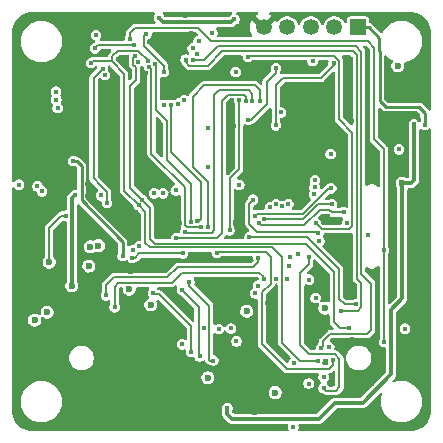
<source format=gbr>
%TF.GenerationSoftware,KiCad,Pcbnew,9.0.1*%
%TF.CreationDate,2026-02-05T11:07:33+03:00*%
%TF.ProjectId,Flybot_FC,466c7962-6f74-45f4-9643-2e6b69636164,rev?*%
%TF.SameCoordinates,Original*%
%TF.FileFunction,Copper,L2,Inr*%
%TF.FilePolarity,Positive*%
%FSLAX46Y46*%
G04 Gerber Fmt 4.6, Leading zero omitted, Abs format (unit mm)*
G04 Created by KiCad (PCBNEW 9.0.1) date 2026-02-05 11:07:33*
%MOMM*%
%LPD*%
G01*
G04 APERTURE LIST*
%TA.AperFunction,ComponentPad*%
%ADD10R,1.350000X1.350000*%
%TD*%
%TA.AperFunction,ComponentPad*%
%ADD11C,1.350000*%
%TD*%
%TA.AperFunction,ViaPad*%
%ADD12C,0.400000*%
%TD*%
%TA.AperFunction,ViaPad*%
%ADD13C,0.600000*%
%TD*%
%TA.AperFunction,Conductor*%
%ADD14C,0.254000*%
%TD*%
%TA.AperFunction,Conductor*%
%ADD15C,0.350000*%
%TD*%
%TA.AperFunction,Conductor*%
%ADD16C,0.200000*%
%TD*%
G04 APERTURE END LIST*
D10*
%TO.N,+3V3*%
%TO.C,J2*%
X146190000Y-80830000D03*
D11*
%TO.N,/STM32F722VC_MCU/SWDIO*%
X144190000Y-80830000D03*
%TO.N,/STM32F722VC_MCU/SWDCLK*%
X142190000Y-80830000D03*
%TO.N,/STM32F722VC_MCU/NRST*%
X140190000Y-80830000D03*
%TO.N,GND*%
X138190000Y-80830000D03*
%TD*%
D12*
%TO.N,+3V3*%
X151840000Y-89090000D03*
D13*
%TO.N,GND*%
X145100000Y-94190000D03*
D12*
X122610000Y-87850000D03*
X127720000Y-103450000D03*
X150940000Y-83810000D03*
X132080000Y-81350000D03*
X123280000Y-95130000D03*
X147850000Y-106680000D03*
X143980000Y-98880000D03*
X135150000Y-93190000D03*
X118350000Y-84640000D03*
X129340000Y-88960000D03*
D13*
X123590000Y-105870000D03*
X134152732Y-109911360D03*
D12*
X135560000Y-86970000D03*
X128430000Y-113780000D03*
X127270000Y-96600000D03*
X143330000Y-83960000D03*
X137090000Y-94170000D03*
X122240000Y-93480000D03*
X147380000Y-111050000D03*
X128530000Y-82070000D03*
X130070000Y-103210000D03*
X128950000Y-81570000D03*
X124820000Y-82820000D03*
X145700000Y-107240000D03*
D13*
X125580000Y-106510000D03*
D12*
X119570000Y-90640000D03*
X143980000Y-89050000D03*
X140180000Y-87660000D03*
X145070000Y-84740000D03*
D13*
X122820000Y-96580000D03*
D12*
X150100000Y-105580000D03*
X117770000Y-103250000D03*
D13*
X137440000Y-112280000D03*
D12*
X139070000Y-89810000D03*
X151830000Y-85140000D03*
X117520000Y-99990000D03*
X117390000Y-84610000D03*
X128220000Y-84700000D03*
X143480000Y-109290000D03*
X142970000Y-112570000D03*
X144100000Y-100040000D03*
X125850000Y-83520000D03*
D13*
X123390000Y-111650000D03*
D12*
X139270000Y-103620000D03*
D13*
X119450000Y-108000000D03*
D12*
X150850000Y-104850000D03*
D13*
X137370000Y-111300000D03*
D12*
X143810000Y-87800000D03*
X147770000Y-102770000D03*
D13*
X126990000Y-101490000D03*
D12*
X117930000Y-95450000D03*
D13*
X124750000Y-109810000D03*
D12*
X150670000Y-101710000D03*
X149740000Y-86910000D03*
D13*
X128150000Y-106487500D03*
D12*
X123450000Y-81710000D03*
X119250000Y-96140000D03*
D13*
X124330000Y-114100000D03*
D12*
X139250000Y-102170000D03*
X145620000Y-111790000D03*
D13*
X130670000Y-107110000D03*
X131900000Y-109520000D03*
D12*
X126845000Y-84845000D03*
X146960000Y-93580000D03*
D13*
X137470000Y-113380000D03*
X121560000Y-106570000D03*
D12*
X143607500Y-96782500D03*
D13*
X135880000Y-97400000D03*
D12*
X143860000Y-111130000D03*
X152170000Y-91460000D03*
X127480000Y-92090000D03*
D13*
X126320000Y-108620000D03*
D12*
X139710000Y-89540000D03*
X131570000Y-81840000D03*
X120420000Y-96230000D03*
X141960000Y-103590000D03*
X151550000Y-104750000D03*
X124690000Y-79860000D03*
X150370000Y-108210000D03*
D13*
X125050000Y-96420000D03*
X123680000Y-101810000D03*
D12*
X118300000Y-99940000D03*
D13*
X119580000Y-102190000D03*
D12*
X122360000Y-91290000D03*
D13*
X122841400Y-101516242D03*
X137701165Y-109438970D03*
X136470000Y-97760000D03*
X126860000Y-106440000D03*
D12*
X145650000Y-88750000D03*
X138230000Y-95270000D03*
X130460000Y-83230000D03*
X137140000Y-90080000D03*
X140670000Y-84170000D03*
X144670000Y-114130000D03*
X151377225Y-88676328D03*
X138510000Y-104200000D03*
X135650000Y-89160000D03*
X121290000Y-94010000D03*
X123260000Y-94080000D03*
D13*
X131000000Y-97360000D03*
D12*
X131560000Y-79860000D03*
X145310000Y-103700000D03*
X134070000Y-103240000D03*
X124880000Y-98560000D03*
D13*
X122540349Y-104098977D03*
D12*
X152170000Y-92590000D03*
X149500000Y-86520000D03*
X145150000Y-101000000D03*
D13*
%TO.N,+3V3*%
X133480000Y-110487360D03*
D12*
X143750000Y-107910000D03*
D13*
X139190000Y-111750000D03*
D12*
X136146500Y-94163500D03*
X135710000Y-80150000D03*
D13*
X121960000Y-102704696D03*
D12*
X140200000Y-102120000D03*
X142040000Y-102200000D03*
X129330000Y-80020000D03*
X122210000Y-95060000D03*
X124440000Y-95050000D03*
X119440000Y-94720000D03*
X131485000Y-87005000D03*
X128925000Y-94895000D03*
X127600000Y-83730000D03*
D13*
X126822433Y-102989570D03*
D12*
X150170000Y-106340000D03*
D13*
%TO.N,VBUS*%
X143380000Y-104620000D03*
D12*
%TO.N,/STM32F722VC_MCU/NRST*%
X136860000Y-88640000D03*
X139240000Y-84300000D03*
%TO.N,+5V*%
X150940000Y-89010000D03*
D13*
X149560256Y-84080974D03*
X149950000Y-94040000D03*
X136760000Y-104850000D03*
D12*
X135130000Y-113070000D03*
%TO.N,/MAX7456_OSD/VIN*%
X139670000Y-88040000D03*
%TO.N,Net-(U3-VCCSYN)*%
X133510000Y-89350000D03*
X133490000Y-92650000D03*
%TO.N,Net-(U3-VREGRX)*%
X130780000Y-94640000D03*
X129690000Y-94890000D03*
%TO.N,/ML5805_VTX/VREGPA*%
X126260000Y-100200000D03*
X122070000Y-92160000D03*
%TO.N,Net-(D8-A)*%
X140720000Y-114680000D03*
X140740000Y-109270000D03*
%TO.N,/STM32F722VC_MCU/USB-*%
X145250000Y-97430000D03*
X147060000Y-98450000D03*
%TO.N,/STM32F722VC_MCU/Green LED*%
X136890000Y-83330000D03*
X142600000Y-97410000D03*
%TO.N,/ExposedPeripherals/SCL*%
X142600000Y-103740000D03*
X143045000Y-107965000D03*
X132200000Y-83590000D03*
%TO.N,/ExposedPeripherals/SDA*%
X131600000Y-83560000D03*
X144760000Y-104820000D03*
%TO.N,/ExposedPeripherals/CAN1.RX*%
X131540000Y-98190000D03*
X131900000Y-102380000D03*
X137250000Y-87070000D03*
X133930000Y-109040000D03*
%TO.N,/ExposedPeripherals/CAN1.TX*%
X136700122Y-87058300D03*
X131280000Y-103060000D03*
X130770000Y-98690000D03*
X132780000Y-108700000D03*
%TO.N,/ExposedPeripherals/ELRS.USART2.RX*%
X128850000Y-103320000D03*
X132040000Y-108320000D03*
X127130000Y-99680000D03*
%TO.N,/ExposedPeripherals/ELRS.USART2.TX*%
X127650000Y-99360000D03*
X131290000Y-107660000D03*
%TO.N,/ExposedPeripherals/SPARE.UART8.TX*%
X132936798Y-97760000D03*
X128478288Y-84214418D03*
X134400000Y-106360000D03*
%TO.N,/ExposedPeripherals/GPS.UART5.RX*%
X136110003Y-86970000D03*
X135900000Y-107410000D03*
X135310000Y-98010000D03*
%TO.N,/ExposedPeripherals/GPS.UART5.TX*%
X133486700Y-97749490D03*
X137870000Y-87070000D03*
X135430000Y-106330000D03*
%TO.N,/ExposedPeripherals/SPARE.UART8.RX*%
X132030000Y-97320000D03*
X128980000Y-83920000D03*
X133140000Y-106310000D03*
%TO.N,/STM32F722VC_MCU/SWDIO*%
X139250000Y-89130000D03*
X144140000Y-83840000D03*
%TO.N,/STM32F722VC_MCU/SWDCLK*%
X142340000Y-83690000D03*
D13*
%TO.N,Batt+*%
X123517300Y-99418871D03*
X118800000Y-105630000D03*
X128650000Y-104330000D03*
D12*
%TO.N,/MAX7456_OSD/~{HSYNC}*%
X142510000Y-94390000D03*
%TO.N,/MAX7456_OSD/~{VSYNC}*%
X142540000Y-93770000D03*
%TO.N,/MAX7456_OSD/LOS*%
X142460000Y-94980000D03*
%TO.N,/MAX7456_OSD/OSD.~{RESET}*%
X143870000Y-91550000D03*
%TO.N,/ML5805_VTX/VTX.XCEN*%
X132530000Y-83070000D03*
%TO.N,/Battery_Monitoring/Sense.SDA*%
X125580000Y-104530000D03*
X138220000Y-102140000D03*
%TO.N,/Battery_Monitoring/Sense.SCL*%
X137760000Y-100330000D03*
X124860000Y-103520000D03*
D13*
%TO.N,/Battery_Monitoring/V.bat_sense_ctrl*%
X120040000Y-100700000D03*
D12*
X121430000Y-96770000D03*
D13*
%TO.N,Net-(J5-Pin_1)*%
X119860000Y-104935000D03*
D12*
%TO.N,/Battery_Monitoring/V.BAT*%
X131360000Y-99970000D03*
X127090000Y-100330000D03*
%TO.N,/STM32F722VC_MCU/Flash.~{SS}*%
X117470000Y-94150000D03*
X120630000Y-86270000D03*
%TO.N,Net-(U1-PD3)*%
X135830000Y-84600000D03*
%TO.N,Net-(U1-PD5)*%
X133850000Y-81310000D03*
%TO.N,Net-(U1-PD6)*%
X132710000Y-81960000D03*
%TO.N,Net-(U1-PD7)*%
X132200000Y-82620000D03*
%TO.N,/STM32F722VC_MCU/Flash.MOSI*%
X124780000Y-84870000D03*
X120760000Y-87670000D03*
%TO.N,/LPS22HBTR_PressureSensor/MEMS2_INT*%
X137730000Y-102710000D03*
%TO.N,/MAX7456_OSD/0SD.SCLK*%
X138235665Y-97080000D03*
X143960000Y-95820000D03*
%TO.N,/MOSI*%
X127245000Y-82335000D03*
X145430000Y-106270000D03*
X127320000Y-83250000D03*
X123930000Y-82600000D03*
X143290000Y-110470000D03*
X127900000Y-95420000D03*
%TO.N,/ExposedPeripherals/ESC7*%
X139246035Y-95822777D03*
X140350000Y-101040000D03*
%TO.N,/LSM6DSOX_IMU/IMU2_INT*%
X134240000Y-99920000D03*
X144070000Y-108970000D03*
%TO.N,/ExposedPeripherals/ESC6*%
X140445000Y-100315000D03*
X139770000Y-95990000D03*
%TO.N,/LSM6DSOX_IMU/IMU2.CS*%
X142040000Y-100300000D03*
X143270000Y-111360000D03*
%TO.N,/ML5805_VTX/VTX.SDO*%
X132574959Y-97245687D03*
X130361595Y-87402197D03*
%TO.N,/MAX7456_OSD/OSD.MISO*%
X137480000Y-96820000D03*
X143920000Y-94450000D03*
X149670000Y-91170000D03*
%TO.N,/ExposedPeripherals/ESC5*%
X140281396Y-95787572D03*
X141127962Y-100060799D03*
%TO.N,/ML5805_VTX/VTX.CS*%
X129797500Y-87402500D03*
%TO.N,/MISO*%
X142760000Y-109040000D03*
X128368922Y-83675398D03*
X127609432Y-95886984D03*
X123570000Y-83850000D03*
%TO.N,/LPS22HBTR_PressureSensor/MEMS2_CS*%
X146000000Y-104290000D03*
X137000000Y-98590000D03*
%TO.N,/ML5805_VTX/VTX.CLK*%
X130985892Y-87304108D03*
%TO.N,/SCLK*%
X124000000Y-81480000D03*
X148380000Y-107470000D03*
X142910000Y-98910000D03*
X142010000Y-110990000D03*
X126870000Y-81850000D03*
X148380000Y-99680000D03*
%TO.N,/STM32F722VC_MCU/Flash.MISO*%
X119050000Y-94290000D03*
X120640000Y-86960000D03*
%TO.N,/LSM6DSOX_IMU/IMU1.CS*%
X129770000Y-84610000D03*
X128270000Y-81410000D03*
%TO.N,/ExposedPeripherals/ESC8*%
X137490000Y-103360000D03*
X138749678Y-96059700D03*
%TO.N,/MAX7456_OSD/OSD.~{CS}*%
X142830000Y-98280000D03*
X137310000Y-95420000D03*
%TO.N,/MAX7456_OSD/OSD.MOSI*%
X144970000Y-96500000D03*
X137800000Y-97420000D03*
%TO.N,/LPS22HBTR_PressureSensor/MEMS1_INT*%
X124560000Y-84350000D03*
X124940000Y-95700000D03*
D13*
%TO.N,Net-(Q1A-D)*%
X124217042Y-99305000D03*
X123383492Y-101073370D03*
%TD*%
D14*
%TO.N,+3V3*%
X151855225Y-89074775D02*
X151840000Y-89090000D01*
X151855225Y-88075225D02*
X151855225Y-89074775D01*
X151360000Y-87580000D02*
X151855225Y-88075225D01*
X148010000Y-82827893D02*
X148010000Y-87060000D01*
X147992000Y-82809893D02*
X148010000Y-82827893D01*
X147992000Y-81703000D02*
X147992000Y-82809893D01*
X148010000Y-87060000D02*
X148530000Y-87580000D01*
X147119000Y-80830000D02*
X147992000Y-81703000D01*
X146190000Y-80830000D02*
X147119000Y-80830000D01*
X148530000Y-87580000D02*
X151360000Y-87580000D01*
D15*
X135474000Y-80386000D02*
X135710000Y-80150000D01*
X129330000Y-80020000D02*
X129696000Y-80386000D01*
X129696000Y-80386000D02*
X135474000Y-80386000D01*
X121960000Y-95310000D02*
X122210000Y-95060000D01*
X121960000Y-102704696D02*
X121960000Y-95310000D01*
D16*
%TO.N,/STM32F722VC_MCU/NRST*%
X139220000Y-84690000D02*
X139220000Y-84320000D01*
X139220000Y-84320000D02*
X139240000Y-84300000D01*
X137170000Y-88640000D02*
X138450000Y-87360000D01*
X136860000Y-88640000D02*
X137170000Y-88640000D01*
X138450000Y-87360000D02*
X138450000Y-85460000D01*
X138450000Y-85460000D02*
X139220000Y-84690000D01*
D15*
%TO.N,+5V*%
X146600000Y-112620000D02*
X144230000Y-112620000D01*
X149950000Y-103790000D02*
X149000000Y-104740000D01*
X150940000Y-93750000D02*
X150940000Y-89010000D01*
X149950000Y-94040000D02*
X149950000Y-103790000D01*
X149950000Y-94040000D02*
X150650000Y-94040000D01*
X142894000Y-113956000D02*
X135496000Y-113956000D01*
X150650000Y-94040000D02*
X150940000Y-93750000D01*
X149000000Y-104740000D02*
X149000000Y-110220000D01*
X135130000Y-113590000D02*
X135130000Y-113070000D01*
X144230000Y-112620000D02*
X142894000Y-113956000D01*
X149000000Y-110220000D02*
X146600000Y-112620000D01*
X135496000Y-113956000D02*
X135130000Y-113590000D01*
D14*
%TO.N,/ML5805_VTX/VREGPA*%
X122780000Y-92570000D02*
X122370000Y-92160000D01*
X126260000Y-98970000D02*
X122780000Y-95490000D01*
X126260000Y-100200000D02*
X126260000Y-98970000D01*
X122370000Y-92160000D02*
X122070000Y-92160000D01*
X122780000Y-95490000D02*
X122780000Y-92570000D01*
D16*
%TO.N,/STM32F722VC_MCU/Green LED*%
X136981000Y-83239000D02*
X136890000Y-83330000D01*
X144176811Y-83239000D02*
X136981000Y-83239000D01*
X145701000Y-89741000D02*
X144591000Y-88631000D01*
X145701000Y-97679000D02*
X145701000Y-89741000D01*
X142600000Y-97410000D02*
X143110000Y-97920000D01*
X144591000Y-88631000D02*
X144591000Y-83653189D01*
X145460000Y-97920000D02*
X145701000Y-97679000D01*
X143110000Y-97920000D02*
X145460000Y-97920000D01*
X144591000Y-83653189D02*
X144176811Y-83239000D01*
%TO.N,/ExposedPeripherals/SCL*%
X143210000Y-107800000D02*
X143210000Y-107400000D01*
X147310000Y-102540000D02*
X146460000Y-101690000D01*
X147310000Y-106440000D02*
X147310000Y-102540000D01*
X146460000Y-82880000D02*
X146010000Y-82430000D01*
X143210000Y-107400000D02*
X143821000Y-106789000D01*
X134330000Y-82430000D02*
X133170000Y-83590000D01*
X146010000Y-82430000D02*
X134330000Y-82430000D01*
X133170000Y-83590000D02*
X132200000Y-83590000D01*
X143821000Y-106789000D02*
X146961000Y-106789000D01*
X146460000Y-101690000D02*
X146460000Y-82880000D01*
X146961000Y-106789000D02*
X147310000Y-106440000D01*
X143045000Y-107965000D02*
X143210000Y-107800000D01*
%TO.N,/ExposedPeripherals/SDA*%
X144760000Y-104820000D02*
X146180000Y-104820000D01*
X146180000Y-104820000D02*
X146451000Y-104549000D01*
X134700000Y-82850000D02*
X133470000Y-84080000D01*
X145740000Y-82850000D02*
X134700000Y-82850000D01*
X146451000Y-102491000D02*
X146101000Y-102141000D01*
X131600000Y-83790000D02*
X131600000Y-83560000D01*
X146101000Y-102141000D02*
X146101000Y-83211000D01*
X146101000Y-83211000D02*
X145740000Y-82850000D01*
X146451000Y-104549000D02*
X146451000Y-102491000D01*
X133470000Y-84080000D02*
X131890000Y-84080000D01*
X131890000Y-84080000D02*
X131600000Y-83790000D01*
%TO.N,/ExposedPeripherals/CAN1.RX*%
X136920000Y-86120000D02*
X137250000Y-86450000D01*
X133672000Y-109040000D02*
X133591000Y-108959000D01*
X134026000Y-86534000D02*
X134440000Y-86120000D01*
X131900000Y-102730000D02*
X131900000Y-102380000D01*
X133591000Y-108959000D02*
X133591000Y-104421000D01*
X131540000Y-98190000D02*
X131570000Y-98220000D01*
X137250000Y-86450000D02*
X137250000Y-87070000D01*
X134440000Y-86120000D02*
X136920000Y-86120000D01*
X133790000Y-98220000D02*
X134026000Y-97984000D01*
X133591000Y-104421000D02*
X131900000Y-102730000D01*
X133930000Y-109040000D02*
X133672000Y-109040000D01*
X131570000Y-98220000D02*
X133790000Y-98220000D01*
X134026000Y-97984000D02*
X134026000Y-86534000D01*
%TO.N,/ExposedPeripherals/CAN1.TX*%
X134650000Y-87040000D02*
X134650000Y-98270000D01*
X136499000Y-86519000D02*
X135171000Y-86519000D01*
X132689000Y-108609000D02*
X132689000Y-104469000D01*
X135171000Y-86519000D02*
X134650000Y-87040000D01*
X134250000Y-98670000D02*
X130790000Y-98670000D01*
X136700122Y-87058300D02*
X136700122Y-86720122D01*
X134650000Y-98270000D02*
X134250000Y-98670000D01*
X132689000Y-104469000D02*
X131280000Y-103060000D01*
X132780000Y-108700000D02*
X132689000Y-108609000D01*
X130790000Y-98670000D02*
X130770000Y-98690000D01*
X136700122Y-86720122D02*
X136499000Y-86519000D01*
%TO.N,/ExposedPeripherals/ELRS.USART2.RX*%
X128970000Y-103440000D02*
X128850000Y-103320000D01*
X132040000Y-106140000D02*
X129340000Y-103440000D01*
X132040000Y-108320000D02*
X132040000Y-106140000D01*
X129340000Y-103440000D02*
X128970000Y-103440000D01*
%TO.N,/ExposedPeripherals/SPARE.UART8.TX*%
X128563079Y-84214418D02*
X128478288Y-84214418D01*
X128700000Y-84351339D02*
X128563079Y-84214418D01*
X131730000Y-97770000D02*
X131520000Y-97560000D01*
X131520000Y-94340000D02*
X128700000Y-91520000D01*
X132936798Y-97760000D02*
X132926798Y-97770000D01*
X131520000Y-97560000D02*
X131520000Y-94340000D01*
X128700000Y-91520000D02*
X128700000Y-84351339D01*
X132926798Y-97770000D02*
X131730000Y-97770000D01*
%TO.N,/ExposedPeripherals/GPS.UART5.RX*%
X135310000Y-93660000D02*
X135359000Y-93611000D01*
X135631000Y-93346811D02*
X135631000Y-93339000D01*
X135310000Y-98010000D02*
X135310000Y-93660000D01*
X136131000Y-86990997D02*
X136110003Y-86970000D01*
X135359000Y-93611000D02*
X135366811Y-93611000D01*
X136131000Y-92839000D02*
X136131000Y-86990997D01*
X135366811Y-93611000D02*
X135631000Y-93346811D01*
X135631000Y-93339000D02*
X136131000Y-92839000D01*
%TO.N,/ExposedPeripherals/GPS.UART5.TX*%
X133460000Y-97722790D02*
X133460000Y-93890000D01*
X132190000Y-86700000D02*
X133170000Y-85720000D01*
X132190000Y-92620000D02*
X132190000Y-86700000D01*
X137870000Y-86130000D02*
X137870000Y-87070000D01*
X133486700Y-97749490D02*
X133460000Y-97722790D01*
X133460000Y-93890000D02*
X132190000Y-92620000D01*
X137460000Y-85720000D02*
X137870000Y-86130000D01*
X133170000Y-85720000D02*
X137460000Y-85720000D01*
%TO.N,/ExposedPeripherals/SPARE.UART8.RX*%
X132030000Y-94110000D02*
X130010000Y-92090000D01*
X129110000Y-87840000D02*
X129110000Y-84050000D01*
X129781000Y-88493189D02*
X129516811Y-88229000D01*
X130010000Y-92090000D02*
X130010000Y-88740000D01*
X129781000Y-88511000D02*
X129781000Y-88493189D01*
X130010000Y-88740000D02*
X129781000Y-88511000D01*
X129499000Y-88229000D02*
X129110000Y-87840000D01*
X129516811Y-88229000D02*
X129499000Y-88229000D01*
X129110000Y-84050000D02*
X128980000Y-83920000D01*
X132030000Y-97320000D02*
X132030000Y-94110000D01*
%TO.N,/STM32F722VC_MCU/SWDIO*%
X143060000Y-85110000D02*
X139860000Y-85110000D01*
X139219000Y-89099000D02*
X139250000Y-89130000D01*
X139860000Y-85110000D02*
X139219000Y-85751000D01*
X139219000Y-85751000D02*
X139219000Y-89099000D01*
X144140000Y-84030000D02*
X143060000Y-85110000D01*
X144140000Y-83840000D02*
X144140000Y-84030000D01*
%TO.N,/Battery_Monitoring/Sense.SDA*%
X125580000Y-102790000D02*
X125580000Y-104530000D01*
X130420000Y-102480000D02*
X125890000Y-102480000D01*
X125890000Y-102480000D02*
X125580000Y-102790000D01*
X138220000Y-102140000D02*
X138220000Y-102000000D01*
X131300000Y-101600000D02*
X130420000Y-102480000D01*
X138220000Y-102000000D02*
X137820000Y-101600000D01*
X137820000Y-101600000D02*
X131300000Y-101600000D01*
%TO.N,/Battery_Monitoring/Sense.SCL*%
X124860000Y-102640000D02*
X125500000Y-102000000D01*
X137310000Y-101130000D02*
X137760000Y-100680000D01*
X137760000Y-100680000D02*
X137760000Y-100330000D01*
X124860000Y-103520000D02*
X124860000Y-102640000D01*
X130040000Y-102000000D02*
X130910000Y-101130000D01*
X125500000Y-102000000D02*
X130040000Y-102000000D01*
X130910000Y-101130000D02*
X137310000Y-101130000D01*
%TO.N,/Battery_Monitoring/V.bat_sense_ctrl*%
X121430000Y-96770000D02*
X121060000Y-96770000D01*
X120040000Y-97790000D02*
X120040000Y-100700000D01*
X121060000Y-96770000D02*
X120040000Y-97790000D01*
%TO.N,/Battery_Monitoring/V.BAT*%
X131360000Y-99970000D02*
X127680000Y-99970000D01*
X127320000Y-100330000D02*
X127090000Y-100330000D01*
X127680000Y-99970000D02*
X127320000Y-100330000D01*
%TO.N,/MAX7456_OSD/0SD.SCLK*%
X142810000Y-95820000D02*
X143960000Y-95820000D01*
X141550000Y-97080000D02*
X142810000Y-95820000D01*
X138235665Y-97080000D02*
X141550000Y-97080000D01*
%TO.N,/MOSI*%
X128960000Y-99140000D02*
X141750000Y-99140000D01*
X127149000Y-83989000D02*
X127390000Y-84230000D01*
X127390000Y-85330000D02*
X126890000Y-85830000D01*
X126890000Y-94410000D02*
X127900000Y-95420000D01*
X127149000Y-83421000D02*
X127149000Y-83989000D01*
X128590000Y-96110000D02*
X128590000Y-98770000D01*
X127320000Y-83250000D02*
X127149000Y-83421000D01*
X127390000Y-84230000D02*
X127390000Y-85330000D01*
X144630000Y-106270000D02*
X145430000Y-106270000D01*
X144130000Y-105770000D02*
X144630000Y-106270000D01*
X144130000Y-101520000D02*
X144130000Y-105770000D01*
X128590000Y-98770000D02*
X128960000Y-99140000D01*
X126890000Y-85830000D02*
X126890000Y-94410000D01*
X127900000Y-95420000D02*
X128590000Y-96110000D01*
X124195000Y-82335000D02*
X127245000Y-82335000D01*
X123930000Y-82600000D02*
X124195000Y-82335000D01*
X141750000Y-99140000D02*
X144130000Y-101520000D01*
%TO.N,/LSM6DSOX_IMU/IMU2_INT*%
X138799000Y-100289000D02*
X138799000Y-102531000D01*
X143739000Y-109741000D02*
X144090000Y-109390000D01*
X140141000Y-109741000D02*
X143739000Y-109741000D01*
X144070000Y-109370000D02*
X144070000Y-108970000D01*
X134240000Y-99920000D02*
X134280000Y-99880000D01*
X134280000Y-99880000D02*
X138390000Y-99880000D01*
X138799000Y-102531000D02*
X138050000Y-103280000D01*
X138050000Y-107650000D02*
X140141000Y-109741000D01*
X138390000Y-99880000D02*
X138799000Y-100289000D01*
X144090000Y-109390000D02*
X144070000Y-109370000D01*
X138050000Y-103280000D02*
X138050000Y-107650000D01*
%TO.N,/LSM6DSOX_IMU/IMU2.CS*%
X142060000Y-108520000D02*
X144257811Y-108520000D01*
X142040000Y-100890000D02*
X141300000Y-101630000D01*
X144329000Y-111581000D02*
X143491000Y-111581000D01*
X141300000Y-107760000D02*
X142060000Y-108520000D01*
X142040000Y-100300000D02*
X142040000Y-100890000D01*
X144610000Y-108872189D02*
X144610000Y-111300000D01*
X143491000Y-111581000D02*
X143270000Y-111360000D01*
X144610000Y-111300000D02*
X144329000Y-111581000D01*
X144257811Y-108520000D02*
X144610000Y-108872189D01*
X141300000Y-101630000D02*
X141300000Y-107760000D01*
%TO.N,/ML5805_VTX/VTX.SDO*%
X130356530Y-91366530D02*
X130356530Y-87407262D01*
X132694313Y-97245687D02*
X132910000Y-97030000D01*
X132574959Y-97245687D02*
X132694313Y-97245687D01*
X132910000Y-97030000D02*
X132910000Y-93920000D01*
X130356530Y-87407262D02*
X130361595Y-87402197D01*
X132910000Y-93920000D02*
X130356530Y-91366530D01*
%TO.N,/MAX7456_OSD/OSD.MISO*%
X143700000Y-94450000D02*
X143920000Y-94450000D01*
X137480000Y-96820000D02*
X137670000Y-96630000D01*
X141520000Y-96630000D02*
X143700000Y-94450000D01*
X137670000Y-96630000D02*
X141520000Y-96630000D01*
%TO.N,/MISO*%
X142760000Y-109040000D02*
X141250000Y-109040000D01*
X125390000Y-83627608D02*
X125327096Y-83690512D01*
X138940000Y-99470000D02*
X128540000Y-99470000D01*
X127590000Y-82800000D02*
X128368922Y-83578922D01*
X128368922Y-83578922D02*
X128368922Y-83675398D01*
X141250000Y-109040000D02*
X139740000Y-107530000D01*
X139740000Y-100270000D02*
X138940000Y-99470000D01*
X128150000Y-99080000D02*
X128150000Y-96427552D01*
X127590000Y-82800000D02*
X125870000Y-82800000D01*
X125327096Y-83690512D02*
X123729488Y-83690512D01*
X125390000Y-83280000D02*
X125390000Y-83627608D01*
X123729488Y-83690512D02*
X123570000Y-83850000D01*
X125327096Y-83690512D02*
X126380000Y-84743416D01*
X125870000Y-82800000D02*
X125390000Y-83280000D01*
X126380000Y-94657552D02*
X127609432Y-95886984D01*
X139740000Y-107530000D02*
X139740000Y-100270000D01*
X128150000Y-96427552D02*
X127609432Y-95886984D01*
X128540000Y-99470000D02*
X128150000Y-99080000D01*
X126380000Y-84743416D02*
X126380000Y-94657552D01*
%TO.N,/LPS22HBTR_PressureSensor/MEMS2_CS*%
X144590000Y-101330000D02*
X144590000Y-103830000D01*
X137000000Y-98590000D02*
X141850000Y-98590000D01*
X141850000Y-98590000D02*
X144590000Y-101330000D01*
X145050000Y-104290000D02*
X146000000Y-104290000D01*
X144590000Y-103830000D02*
X145050000Y-104290000D01*
%TO.N,/SCLK*%
X126870000Y-81330000D02*
X126870000Y-81850000D01*
X132639000Y-80899000D02*
X127301000Y-80899000D01*
X148380000Y-99680000D02*
X148380000Y-91140000D01*
X148380000Y-107470000D02*
X148380000Y-99680000D01*
X127301000Y-80899000D02*
X126870000Y-81330000D01*
X133760000Y-82020000D02*
X132639000Y-80899000D01*
X147550000Y-82540000D02*
X147030000Y-82020000D01*
X148380000Y-91140000D02*
X147550000Y-90310000D01*
X147030000Y-82020000D02*
X133760000Y-82020000D01*
X147550000Y-90310000D02*
X147550000Y-82540000D01*
%TO.N,/LSM6DSOX_IMU/IMU1.CS*%
X128079000Y-82381189D02*
X128079000Y-81601000D01*
X128079000Y-81601000D02*
X128270000Y-81410000D01*
X129770000Y-84072189D02*
X128079000Y-82381189D01*
X129770000Y-84610000D02*
X129770000Y-84072189D01*
%TO.N,/MAX7456_OSD/OSD.~{CS}*%
X137620000Y-98130000D02*
X142680000Y-98130000D01*
X137310000Y-95420000D02*
X137310000Y-95480000D01*
X142680000Y-98130000D02*
X142830000Y-98280000D01*
X136980000Y-95810000D02*
X136980000Y-97490000D01*
X137310000Y-95480000D02*
X136980000Y-95810000D01*
X136980000Y-97490000D02*
X137620000Y-98130000D01*
%TO.N,/MAX7456_OSD/OSD.MOSI*%
X142940000Y-96270000D02*
X143757811Y-96270000D01*
X143757811Y-96270000D02*
X143987811Y-96500000D01*
X137800000Y-97420000D02*
X137980000Y-97600000D01*
X141610000Y-97600000D02*
X142940000Y-96270000D01*
X137980000Y-97600000D02*
X141610000Y-97600000D01*
X143987811Y-96500000D02*
X144970000Y-96500000D01*
%TO.N,/LPS22HBTR_PressureSensor/MEMS1_INT*%
X123800000Y-85110000D02*
X124560000Y-84350000D01*
X124940000Y-94770000D02*
X124370000Y-94200000D01*
X123800000Y-85300000D02*
X123800000Y-85110000D01*
X123800000Y-93630000D02*
X123800000Y-85300000D01*
X124370000Y-94200000D02*
X123800000Y-93630000D01*
X124940000Y-95700000D02*
X124940000Y-94770000D01*
%TD*%
%TA.AperFunction,Conductor*%
%TO.N,GND*%
G36*
X128948075Y-79552185D02*
G01*
X128993830Y-79604989D01*
X129003774Y-79674147D01*
X128974749Y-79737703D01*
X128969770Y-79743049D01*
X128969511Y-79743387D01*
X128930921Y-79810227D01*
X128910201Y-79846114D01*
X128879500Y-79960691D01*
X128879500Y-80079309D01*
X128910201Y-80193886D01*
X128969511Y-80296613D01*
X128969513Y-80296615D01*
X129009717Y-80336819D01*
X129043202Y-80398142D01*
X129038218Y-80467834D01*
X128996346Y-80523767D01*
X128930882Y-80548184D01*
X128922036Y-80548500D01*
X127254856Y-80548500D01*
X127175369Y-80569797D01*
X127175370Y-80569798D01*
X127165713Y-80572385D01*
X127165709Y-80572387D01*
X127085791Y-80618527D01*
X127085786Y-80618531D01*
X126589529Y-81114788D01*
X126577219Y-81136112D01*
X126571585Y-81145870D01*
X126557485Y-81170291D01*
X126543386Y-81194711D01*
X126519500Y-81283856D01*
X126519500Y-81522859D01*
X126502887Y-81584859D01*
X126450202Y-81676110D01*
X126450201Y-81676114D01*
X126419500Y-81790691D01*
X126419500Y-81790693D01*
X126419500Y-81860500D01*
X126399815Y-81927539D01*
X126347011Y-81973294D01*
X126295500Y-81984500D01*
X124431964Y-81984500D01*
X124364925Y-81964815D01*
X124319170Y-81912011D01*
X124309226Y-81842853D01*
X124338251Y-81779297D01*
X124344283Y-81772819D01*
X124346616Y-81770486D01*
X124360489Y-81756613D01*
X124419799Y-81653886D01*
X124450500Y-81539309D01*
X124450500Y-81420691D01*
X124419799Y-81306114D01*
X124360489Y-81203387D01*
X124276613Y-81119511D01*
X124173886Y-81060201D01*
X124059309Y-81029500D01*
X123940691Y-81029500D01*
X123826114Y-81060201D01*
X123826112Y-81060201D01*
X123826112Y-81060202D01*
X123723387Y-81119511D01*
X123723384Y-81119513D01*
X123639513Y-81203384D01*
X123639511Y-81203387D01*
X123594678Y-81281040D01*
X123580201Y-81306114D01*
X123549500Y-81420691D01*
X123549500Y-81539309D01*
X123580201Y-81653886D01*
X123639511Y-81756613D01*
X123723387Y-81840489D01*
X123826114Y-81899799D01*
X123861889Y-81909385D01*
X123867072Y-81912543D01*
X123873130Y-81912977D01*
X123896560Y-81930517D01*
X123921549Y-81945748D01*
X123924202Y-81951210D01*
X123929063Y-81954849D01*
X123939289Y-81982268D01*
X123952079Y-82008595D01*
X123951358Y-82014624D01*
X123953480Y-82020313D01*
X123947259Y-82048908D01*
X123943785Y-82077970D01*
X123939588Y-82084170D01*
X123938628Y-82088586D01*
X123917477Y-82116840D01*
X123913482Y-82120835D01*
X123857895Y-82152928D01*
X123756114Y-82180201D01*
X123756112Y-82180201D01*
X123756112Y-82180202D01*
X123653387Y-82239511D01*
X123653384Y-82239513D01*
X123569513Y-82323384D01*
X123569511Y-82323387D01*
X123510201Y-82426114D01*
X123479500Y-82540691D01*
X123479500Y-82659309D01*
X123510201Y-82773886D01*
X123569511Y-82876613D01*
X123653387Y-82960489D01*
X123756114Y-83019799D01*
X123870691Y-83050500D01*
X123870694Y-83050500D01*
X123989306Y-83050500D01*
X123989309Y-83050500D01*
X124103886Y-83019799D01*
X124206613Y-82960489D01*
X124290489Y-82876613D01*
X124349799Y-82773886D01*
X124349799Y-82773883D01*
X124352907Y-82766382D01*
X124355038Y-82767264D01*
X124385216Y-82717750D01*
X124448061Y-82687218D01*
X124468630Y-82685500D01*
X125189456Y-82685500D01*
X125256495Y-82705185D01*
X125302250Y-82757989D01*
X125312194Y-82827147D01*
X125283169Y-82890703D01*
X125277137Y-82897181D01*
X125109532Y-83064785D01*
X125109526Y-83064794D01*
X125078221Y-83119014D01*
X125078219Y-83119020D01*
X125071609Y-83130469D01*
X125063386Y-83144712D01*
X125039500Y-83233856D01*
X125039500Y-83239435D01*
X125034826Y-83253971D01*
X125021233Y-83273979D01*
X125011445Y-83296102D01*
X125001953Y-83302361D01*
X124995565Y-83311766D01*
X124973311Y-83321250D01*
X124953117Y-83334568D01*
X124936071Y-83337121D01*
X124931289Y-83339160D01*
X124927154Y-83338457D01*
X124916779Y-83340012D01*
X123683344Y-83340012D01*
X123596116Y-83363383D01*
X123596117Y-83363384D01*
X123594203Y-83363896D01*
X123594200Y-83363898D01*
X123560346Y-83383443D01*
X123514537Y-83398994D01*
X123510692Y-83399500D01*
X123510691Y-83399500D01*
X123396114Y-83430201D01*
X123396112Y-83430201D01*
X123396112Y-83430202D01*
X123293387Y-83489511D01*
X123293384Y-83489513D01*
X123209513Y-83573384D01*
X123209511Y-83573387D01*
X123155975Y-83666114D01*
X123150201Y-83676114D01*
X123119500Y-83790691D01*
X123119500Y-83909309D01*
X123150201Y-84023886D01*
X123209511Y-84126613D01*
X123293387Y-84210489D01*
X123396114Y-84269799D01*
X123510691Y-84300500D01*
X123510694Y-84300500D01*
X123629306Y-84300500D01*
X123629309Y-84300500D01*
X123743886Y-84269799D01*
X123846613Y-84210489D01*
X123907852Y-84149249D01*
X123910529Y-84147788D01*
X123912118Y-84145181D01*
X123940990Y-84131154D01*
X123969171Y-84115767D01*
X123972217Y-84115984D01*
X123974965Y-84114650D01*
X124006843Y-84118461D01*
X124038863Y-84120751D01*
X124041308Y-84122581D01*
X124044341Y-84122944D01*
X124069095Y-84143382D01*
X124094797Y-84162622D01*
X124095864Y-84165484D01*
X124098219Y-84167428D01*
X124107993Y-84198002D01*
X124119214Y-84228086D01*
X124118845Y-84231947D01*
X124119495Y-84233980D01*
X124115305Y-84269024D01*
X124112929Y-84277892D01*
X124080835Y-84333482D01*
X123519529Y-84894788D01*
X123502556Y-84924187D01*
X123499600Y-84929309D01*
X123495383Y-84936613D01*
X123495381Y-84936615D01*
X123473388Y-84974706D01*
X123473387Y-84974709D01*
X123449500Y-85063856D01*
X123449500Y-93676143D01*
X123467602Y-93743702D01*
X123467602Y-93743703D01*
X123473384Y-93765284D01*
X123473385Y-93765286D01*
X123519527Y-93845208D01*
X123519531Y-93845213D01*
X124176821Y-94502503D01*
X124210306Y-94563826D01*
X124205322Y-94633518D01*
X124168581Y-94683211D01*
X124169134Y-94683764D01*
X124165450Y-94687447D01*
X124164631Y-94688556D01*
X124163388Y-94689509D01*
X124079513Y-94773384D01*
X124079511Y-94773387D01*
X124022135Y-94872765D01*
X124020201Y-94876114D01*
X123989500Y-94990691D01*
X123989500Y-95109309D01*
X124020201Y-95223886D01*
X124079511Y-95326613D01*
X124163387Y-95410489D01*
X124266114Y-95469799D01*
X124380691Y-95500500D01*
X124380694Y-95500500D01*
X124382850Y-95500784D01*
X124384534Y-95501529D01*
X124388542Y-95502603D01*
X124388374Y-95503228D01*
X124446746Y-95529051D01*
X124485217Y-95587375D01*
X124488990Y-95632564D01*
X124489500Y-95632564D01*
X124489500Y-95638675D01*
X124489603Y-95639909D01*
X124489500Y-95640691D01*
X124489500Y-95759309D01*
X124520201Y-95873886D01*
X124579511Y-95976613D01*
X124663387Y-96060489D01*
X124766114Y-96119799D01*
X124880691Y-96150500D01*
X124880694Y-96150500D01*
X124999306Y-96150500D01*
X124999309Y-96150500D01*
X125113886Y-96119799D01*
X125216613Y-96060489D01*
X125300489Y-95976613D01*
X125359799Y-95873886D01*
X125390500Y-95759309D01*
X125390500Y-95640691D01*
X125359799Y-95526114D01*
X125359797Y-95526110D01*
X125307113Y-95434859D01*
X125290500Y-95372859D01*
X125290500Y-94723858D01*
X125290500Y-94723856D01*
X125266614Y-94634712D01*
X125261129Y-94625212D01*
X125220470Y-94554788D01*
X124585212Y-93919530D01*
X124186819Y-93521137D01*
X124153334Y-93459814D01*
X124150500Y-93433456D01*
X124150500Y-85306542D01*
X124159144Y-85277101D01*
X124165668Y-85247115D01*
X124169422Y-85242099D01*
X124170185Y-85239503D01*
X124186815Y-85218865D01*
X124251609Y-85154071D01*
X124312931Y-85120587D01*
X124382623Y-85125571D01*
X124426970Y-85154072D01*
X124503387Y-85230489D01*
X124606114Y-85289799D01*
X124720691Y-85320500D01*
X124720694Y-85320500D01*
X124839306Y-85320500D01*
X124839309Y-85320500D01*
X124953886Y-85289799D01*
X125056613Y-85230489D01*
X125140489Y-85146613D01*
X125199799Y-85043886D01*
X125230500Y-84929309D01*
X125230500Y-84810691D01*
X125199799Y-84696114D01*
X125140489Y-84593387D01*
X125056613Y-84509511D01*
X125055286Y-84508184D01*
X125054799Y-84507971D01*
X125054254Y-84507152D01*
X125050866Y-84503764D01*
X125051546Y-84503083D01*
X125036875Y-84481032D01*
X125017812Y-84454927D01*
X125017172Y-84451421D01*
X125016094Y-84449801D01*
X125012209Y-84424228D01*
X125010516Y-84414951D01*
X125010430Y-84409569D01*
X125010500Y-84409309D01*
X125010500Y-84290691D01*
X124985423Y-84197103D01*
X124987086Y-84127256D01*
X125026248Y-84069393D01*
X125090476Y-84041889D01*
X125105198Y-84041012D01*
X125130552Y-84041012D01*
X125138285Y-84043282D01*
X125146243Y-84042009D01*
X125171326Y-84052984D01*
X125197591Y-84060697D01*
X125207856Y-84068969D01*
X125210253Y-84070018D01*
X125211518Y-84071920D01*
X125218233Y-84077331D01*
X125993181Y-84852279D01*
X126026666Y-84913602D01*
X126029500Y-84939960D01*
X126029500Y-94703696D01*
X126035640Y-94726612D01*
X126049805Y-94779476D01*
X126049821Y-94779533D01*
X126053386Y-94792841D01*
X126099527Y-94872760D01*
X126099529Y-94872763D01*
X126099530Y-94872764D01*
X126626968Y-95400202D01*
X127130266Y-95903499D01*
X127162359Y-95959085D01*
X127162996Y-95961459D01*
X127189633Y-96060871D01*
X127200794Y-96080202D01*
X127248943Y-96163597D01*
X127332819Y-96247473D01*
X127410397Y-96292263D01*
X127428555Y-96302747D01*
X127435546Y-96306783D01*
X127537329Y-96334055D01*
X127551213Y-96342071D01*
X127564660Y-96344997D01*
X127592914Y-96366148D01*
X127763181Y-96536415D01*
X127796666Y-96597738D01*
X127799500Y-96624096D01*
X127799500Y-98785500D01*
X127779815Y-98852539D01*
X127727011Y-98898294D01*
X127675500Y-98909500D01*
X127590691Y-98909500D01*
X127476114Y-98940201D01*
X127476112Y-98940201D01*
X127476112Y-98940202D01*
X127373387Y-98999511D01*
X127373384Y-98999513D01*
X127289513Y-99083384D01*
X127289507Y-99083393D01*
X127240946Y-99167501D01*
X127190379Y-99215716D01*
X127133560Y-99229500D01*
X127070691Y-99229500D01*
X126956114Y-99260201D01*
X126956112Y-99260201D01*
X126956112Y-99260202D01*
X126853387Y-99319511D01*
X126853384Y-99319513D01*
X126849181Y-99323717D01*
X126787858Y-99357202D01*
X126718166Y-99352218D01*
X126662233Y-99310346D01*
X126637816Y-99244882D01*
X126637500Y-99236036D01*
X126637500Y-98920303D01*
X126637500Y-98920301D01*
X126611774Y-98824291D01*
X126562075Y-98738210D01*
X126491790Y-98667925D01*
X123193819Y-95369954D01*
X123160334Y-95308631D01*
X123157500Y-95282273D01*
X123157500Y-92520303D01*
X123157500Y-92520301D01*
X123135076Y-92436613D01*
X123131774Y-92424290D01*
X123131774Y-92424289D01*
X123082078Y-92338213D01*
X123082074Y-92338208D01*
X122601792Y-91857927D01*
X122601790Y-91857925D01*
X122515710Y-91808226D01*
X122419699Y-91782500D01*
X122419698Y-91782500D01*
X122350376Y-91782500D01*
X122288376Y-91765887D01*
X122243889Y-91740202D01*
X122243890Y-91740202D01*
X122234494Y-91737684D01*
X122129309Y-91709500D01*
X122010691Y-91709500D01*
X121896114Y-91740201D01*
X121896112Y-91740201D01*
X121896112Y-91740202D01*
X121793387Y-91799511D01*
X121793384Y-91799513D01*
X121709513Y-91883384D01*
X121709511Y-91883387D01*
X121651527Y-91983818D01*
X121650201Y-91986114D01*
X121619500Y-92100691D01*
X121619500Y-92219309D01*
X121650201Y-92333886D01*
X121709511Y-92436613D01*
X121793387Y-92520489D01*
X121896114Y-92579799D01*
X122010691Y-92610500D01*
X122010694Y-92610500D01*
X122129306Y-92610500D01*
X122129309Y-92610500D01*
X122184236Y-92595782D01*
X122196234Y-92596067D01*
X122207481Y-92591873D01*
X122230517Y-92596883D01*
X122254084Y-92597445D01*
X122265730Y-92604543D01*
X122275754Y-92606724D01*
X122304009Y-92627875D01*
X122366181Y-92690046D01*
X122399666Y-92751369D01*
X122402500Y-92777728D01*
X122402500Y-94485640D01*
X122382815Y-94552679D01*
X122330011Y-94598434D01*
X122277436Y-94606314D01*
X122277436Y-94609500D01*
X122269309Y-94609500D01*
X122150691Y-94609500D01*
X122036114Y-94640201D01*
X122036112Y-94640201D01*
X122036112Y-94640202D01*
X121933387Y-94699510D01*
X121849511Y-94783387D01*
X121809378Y-94852897D01*
X121789674Y-94878575D01*
X121698737Y-94969514D01*
X121698737Y-94969515D01*
X121619514Y-95048738D01*
X121619513Y-95048740D01*
X121563498Y-95145760D01*
X121563497Y-95145763D01*
X121534500Y-95253982D01*
X121534500Y-96195500D01*
X121514815Y-96262539D01*
X121462011Y-96308294D01*
X121410500Y-96319500D01*
X121370691Y-96319500D01*
X121256114Y-96350201D01*
X121164859Y-96402887D01*
X121102860Y-96419500D01*
X121013856Y-96419500D01*
X120924712Y-96443386D01*
X120924709Y-96443387D01*
X120844791Y-96489527D01*
X120844786Y-96489531D01*
X119759529Y-97574788D01*
X119754277Y-97583886D01*
X119722151Y-97639531D01*
X119715793Y-97650543D01*
X119713385Y-97654714D01*
X119689500Y-97743856D01*
X119689500Y-100220614D01*
X119669815Y-100287653D01*
X119653181Y-100308295D01*
X119599493Y-100361982D01*
X119599488Y-100361988D01*
X119527017Y-100487511D01*
X119527016Y-100487515D01*
X119489500Y-100627525D01*
X119489500Y-100772475D01*
X119513189Y-100860881D01*
X119527017Y-100912488D01*
X119599488Y-101038011D01*
X119599490Y-101038013D01*
X119599491Y-101038015D01*
X119701985Y-101140509D01*
X119701986Y-101140510D01*
X119701988Y-101140511D01*
X119827511Y-101212982D01*
X119827512Y-101212982D01*
X119827515Y-101212984D01*
X119967525Y-101250500D01*
X119967528Y-101250500D01*
X120112472Y-101250500D01*
X120112475Y-101250500D01*
X120252485Y-101212984D01*
X120378015Y-101140509D01*
X120480509Y-101038015D01*
X120552984Y-100912485D01*
X120590500Y-100772475D01*
X120590500Y-100627525D01*
X120552984Y-100487515D01*
X120551845Y-100485543D01*
X120480511Y-100361988D01*
X120480506Y-100361982D01*
X120426819Y-100308295D01*
X120393334Y-100246972D01*
X120390500Y-100220614D01*
X120390500Y-97986543D01*
X120410185Y-97919504D01*
X120426815Y-97898866D01*
X121112611Y-97213069D01*
X121173932Y-97179586D01*
X121225555Y-97179353D01*
X121245047Y-97183409D01*
X121256114Y-97189799D01*
X121370691Y-97220500D01*
X121423267Y-97220500D01*
X121435765Y-97223101D01*
X121455774Y-97233794D01*
X121477539Y-97240185D01*
X121485995Y-97249944D01*
X121497387Y-97256032D01*
X121508439Y-97275845D01*
X121523294Y-97292989D01*
X121526677Y-97308541D01*
X121531424Y-97317051D01*
X121530778Y-97327391D01*
X121534500Y-97344500D01*
X121534500Y-102307459D01*
X121517887Y-102369459D01*
X121447017Y-102492207D01*
X121447016Y-102492211D01*
X121409500Y-102632221D01*
X121409500Y-102777171D01*
X121442108Y-102898863D01*
X121447017Y-102917184D01*
X121519488Y-103042707D01*
X121519490Y-103042709D01*
X121519491Y-103042711D01*
X121621985Y-103145205D01*
X121621986Y-103145206D01*
X121621988Y-103145207D01*
X121747511Y-103217678D01*
X121747512Y-103217678D01*
X121747515Y-103217680D01*
X121887525Y-103255196D01*
X121887528Y-103255196D01*
X122032472Y-103255196D01*
X122032475Y-103255196D01*
X122172485Y-103217680D01*
X122298015Y-103145205D01*
X122400509Y-103042711D01*
X122472984Y-102917181D01*
X122510500Y-102777171D01*
X122510500Y-102632221D01*
X122472984Y-102492211D01*
X122466216Y-102480489D01*
X122402113Y-102369459D01*
X122385500Y-102307459D01*
X122385500Y-101000895D01*
X122832992Y-101000895D01*
X122832992Y-101145845D01*
X122869973Y-101283858D01*
X122870509Y-101285858D01*
X122942980Y-101411381D01*
X122942982Y-101411383D01*
X122942983Y-101411385D01*
X123045477Y-101513879D01*
X123045478Y-101513880D01*
X123045480Y-101513881D01*
X123171003Y-101586352D01*
X123171004Y-101586352D01*
X123171007Y-101586354D01*
X123311017Y-101623870D01*
X123311020Y-101623870D01*
X123455964Y-101623870D01*
X123455967Y-101623870D01*
X123595977Y-101586354D01*
X123721507Y-101513879D01*
X123824001Y-101411385D01*
X123896476Y-101285855D01*
X123933992Y-101145845D01*
X123933992Y-101000895D01*
X123896476Y-100860885D01*
X123889918Y-100849527D01*
X123824003Y-100735358D01*
X123823998Y-100735352D01*
X123721509Y-100632863D01*
X123721503Y-100632858D01*
X123595980Y-100560387D01*
X123595981Y-100560387D01*
X123581758Y-100556576D01*
X123455967Y-100522870D01*
X123311017Y-100522870D01*
X123185226Y-100556576D01*
X123171003Y-100560387D01*
X123045480Y-100632858D01*
X123045474Y-100632863D01*
X122942985Y-100735352D01*
X122942980Y-100735358D01*
X122870509Y-100860881D01*
X122870508Y-100860885D01*
X122832992Y-101000895D01*
X122385500Y-101000895D01*
X122385500Y-99346396D01*
X122966800Y-99346396D01*
X122966800Y-99491346D01*
X123001459Y-99620693D01*
X123004317Y-99631359D01*
X123076788Y-99756882D01*
X123076790Y-99756884D01*
X123076791Y-99756886D01*
X123179285Y-99859380D01*
X123179286Y-99859381D01*
X123179288Y-99859382D01*
X123304811Y-99931853D01*
X123304812Y-99931853D01*
X123304815Y-99931855D01*
X123444825Y-99969371D01*
X123444828Y-99969371D01*
X123589772Y-99969371D01*
X123589775Y-99969371D01*
X123729785Y-99931855D01*
X123855315Y-99859380D01*
X123869710Y-99844985D01*
X123931032Y-99811498D01*
X123996624Y-99816187D01*
X123996707Y-99815880D01*
X123998304Y-99816307D01*
X124000724Y-99816481D01*
X124004510Y-99817970D01*
X124004552Y-99817981D01*
X124004557Y-99817984D01*
X124144567Y-99855500D01*
X124144570Y-99855500D01*
X124289514Y-99855500D01*
X124289517Y-99855500D01*
X124429527Y-99817984D01*
X124555057Y-99745509D01*
X124657551Y-99643015D01*
X124730026Y-99517485D01*
X124767542Y-99377475D01*
X124767542Y-99232525D01*
X124730026Y-99092515D01*
X124724759Y-99083393D01*
X124657553Y-98966988D01*
X124657548Y-98966982D01*
X124555059Y-98864493D01*
X124555053Y-98864488D01*
X124429530Y-98792017D01*
X124429531Y-98792017D01*
X124405209Y-98785500D01*
X124289517Y-98754500D01*
X124144567Y-98754500D01*
X124004557Y-98792016D01*
X123879027Y-98864491D01*
X123879025Y-98864492D01*
X123879021Y-98864495D01*
X123864627Y-98878889D01*
X123803303Y-98912373D01*
X123737718Y-98907680D01*
X123737635Y-98907991D01*
X123736025Y-98907559D01*
X123733612Y-98907387D01*
X123729837Y-98905901D01*
X123729785Y-98905887D01*
X123589775Y-98868371D01*
X123444825Y-98868371D01*
X123316293Y-98902811D01*
X123304811Y-98905888D01*
X123179288Y-98978359D01*
X123179282Y-98978364D01*
X123076793Y-99080853D01*
X123076788Y-99080859D01*
X123004317Y-99206382D01*
X123004316Y-99206386D01*
X122966800Y-99346396D01*
X122385500Y-99346396D01*
X122385500Y-95928727D01*
X122405185Y-95861688D01*
X122457989Y-95815933D01*
X122527147Y-95805989D01*
X122590703Y-95835014D01*
X122597181Y-95841046D01*
X125846181Y-99090046D01*
X125879666Y-99151369D01*
X125882500Y-99177727D01*
X125882500Y-99919624D01*
X125865887Y-99981624D01*
X125840202Y-100026110D01*
X125840201Y-100026114D01*
X125809500Y-100140691D01*
X125809500Y-100259309D01*
X125840201Y-100373886D01*
X125899511Y-100476613D01*
X125983387Y-100560489D01*
X126086114Y-100619799D01*
X126200691Y-100650500D01*
X126200694Y-100650500D01*
X126319306Y-100650500D01*
X126319309Y-100650500D01*
X126433886Y-100619799D01*
X126536613Y-100560489D01*
X126536625Y-100560476D01*
X126539647Y-100558159D01*
X126542677Y-100556986D01*
X126543651Y-100556425D01*
X126543738Y-100556576D01*
X126604813Y-100532957D01*
X126673260Y-100546988D01*
X126722530Y-100594522D01*
X126729511Y-100606613D01*
X126813387Y-100690489D01*
X126916114Y-100749799D01*
X127030691Y-100780500D01*
X127030694Y-100780500D01*
X127149306Y-100780500D01*
X127149309Y-100780500D01*
X127263886Y-100749799D01*
X127366613Y-100690489D01*
X127366624Y-100690477D01*
X127367285Y-100689972D01*
X127368266Y-100689429D01*
X127368615Y-100688965D01*
X127372601Y-100687031D01*
X127373653Y-100686425D01*
X127373664Y-100686444D01*
X127399616Y-100672094D01*
X127405058Y-100670072D01*
X127455288Y-100656614D01*
X127471467Y-100647273D01*
X127535212Y-100610470D01*
X127788863Y-100356819D01*
X127850186Y-100323334D01*
X127876544Y-100320500D01*
X131032860Y-100320500D01*
X131094859Y-100337112D01*
X131186114Y-100389799D01*
X131300691Y-100420500D01*
X131300694Y-100420500D01*
X131419306Y-100420500D01*
X131419309Y-100420500D01*
X131533886Y-100389799D01*
X131636613Y-100330489D01*
X131720489Y-100246613D01*
X131779799Y-100143886D01*
X131810500Y-100029309D01*
X131810500Y-99944500D01*
X131830185Y-99877461D01*
X131882989Y-99831706D01*
X131934500Y-99820500D01*
X133665500Y-99820500D01*
X133732539Y-99840185D01*
X133778294Y-99892989D01*
X133789500Y-99944500D01*
X133789500Y-99979309D01*
X133820201Y-100093886D01*
X133879511Y-100196613D01*
X133963387Y-100280489D01*
X134066114Y-100339799D01*
X134180691Y-100370500D01*
X134180694Y-100370500D01*
X134299306Y-100370500D01*
X134299309Y-100370500D01*
X134413886Y-100339799D01*
X134516613Y-100280489D01*
X134530283Y-100266819D01*
X134591606Y-100233334D01*
X134617964Y-100230500D01*
X137185500Y-100230500D01*
X137252539Y-100250185D01*
X137298294Y-100302989D01*
X137307146Y-100330453D01*
X137309500Y-100342360D01*
X137309500Y-100389309D01*
X137340201Y-100503886D01*
X137342070Y-100507124D01*
X137344936Y-100521618D01*
X137342845Y-100544670D01*
X137345319Y-100567686D01*
X137339749Y-100578811D01*
X137338626Y-100591202D01*
X137324403Y-100609465D01*
X137314042Y-100630164D01*
X137310990Y-100633326D01*
X137201135Y-100743182D01*
X137139815Y-100776666D01*
X137113456Y-100779500D01*
X130863856Y-100779500D01*
X130774712Y-100803386D01*
X130774709Y-100803387D01*
X130694791Y-100849527D01*
X130694786Y-100849531D01*
X129931137Y-101613181D01*
X129869814Y-101646666D01*
X129843456Y-101649500D01*
X125453856Y-101649500D01*
X125379214Y-101669500D01*
X125379213Y-101669499D01*
X125364714Y-101673385D01*
X125364709Y-101673387D01*
X125284791Y-101719527D01*
X125284786Y-101719531D01*
X124579531Y-102424786D01*
X124579529Y-102424789D01*
X124539656Y-102493853D01*
X124539654Y-102493855D01*
X124533386Y-102504709D01*
X124533386Y-102504710D01*
X124509500Y-102593856D01*
X124509500Y-103192859D01*
X124492887Y-103254859D01*
X124440202Y-103346110D01*
X124440201Y-103346114D01*
X124409500Y-103460691D01*
X124409500Y-103579309D01*
X124440201Y-103693886D01*
X124499511Y-103796613D01*
X124583387Y-103880489D01*
X124686114Y-103939799D01*
X124800691Y-103970500D01*
X124800694Y-103970500D01*
X124919306Y-103970500D01*
X124919309Y-103970500D01*
X125033886Y-103939799D01*
X125043495Y-103934250D01*
X125049398Y-103932818D01*
X125053989Y-103928841D01*
X125082954Y-103924676D01*
X125111395Y-103917775D01*
X125117135Y-103919761D01*
X125123147Y-103918897D01*
X125149764Y-103931052D01*
X125177423Y-103940624D01*
X125181178Y-103945399D01*
X125186703Y-103947922D01*
X125202523Y-103972539D01*
X125220616Y-103995544D01*
X125222033Y-104002897D01*
X125224477Y-104006700D01*
X125229500Y-104041635D01*
X125229500Y-104202859D01*
X125212887Y-104264859D01*
X125160202Y-104356110D01*
X125160201Y-104356114D01*
X125129500Y-104470691D01*
X125129500Y-104589309D01*
X125160201Y-104703886D01*
X125219511Y-104806613D01*
X125303387Y-104890489D01*
X125406114Y-104949799D01*
X125520691Y-104980500D01*
X125520694Y-104980500D01*
X125639306Y-104980500D01*
X125639309Y-104980500D01*
X125753886Y-104949799D01*
X125856613Y-104890489D01*
X125940489Y-104806613D01*
X125999799Y-104703886D01*
X126030500Y-104589309D01*
X126030500Y-104470691D01*
X125999799Y-104356114D01*
X125992846Y-104344071D01*
X125947113Y-104264859D01*
X125930500Y-104202859D01*
X125930500Y-102986544D01*
X125939144Y-102957103D01*
X125945668Y-102927117D01*
X125949422Y-102922101D01*
X125950185Y-102919505D01*
X125966819Y-102898863D01*
X125998863Y-102866819D01*
X126060186Y-102833334D01*
X126086544Y-102830500D01*
X126147933Y-102830500D01*
X126214972Y-102850185D01*
X126260727Y-102902989D01*
X126271933Y-102954500D01*
X126271933Y-103062045D01*
X126298055Y-103159531D01*
X126309450Y-103202058D01*
X126381921Y-103327581D01*
X126381923Y-103327583D01*
X126381924Y-103327585D01*
X126484418Y-103430079D01*
X126484419Y-103430080D01*
X126484421Y-103430081D01*
X126609944Y-103502552D01*
X126609945Y-103502552D01*
X126609948Y-103502554D01*
X126749958Y-103540070D01*
X126749961Y-103540070D01*
X126894905Y-103540070D01*
X126894908Y-103540070D01*
X127034918Y-103502554D01*
X127160448Y-103430079D01*
X127262942Y-103327585D01*
X127335417Y-103202055D01*
X127372933Y-103062045D01*
X127372933Y-102954500D01*
X127392618Y-102887461D01*
X127445422Y-102841706D01*
X127496933Y-102830500D01*
X128403036Y-102830500D01*
X128470075Y-102850185D01*
X128515830Y-102902989D01*
X128525774Y-102972147D01*
X128496749Y-103035703D01*
X128490717Y-103042181D01*
X128489513Y-103043384D01*
X128489511Y-103043387D01*
X128430728Y-103145202D01*
X128430201Y-103146114D01*
X128399500Y-103260691D01*
X128399500Y-103379309D01*
X128430201Y-103493886D01*
X128489511Y-103596613D01*
X128489513Y-103596615D01*
X128500481Y-103607583D01*
X128533966Y-103668906D01*
X128528982Y-103738598D01*
X128487110Y-103794531D01*
X128444897Y-103815038D01*
X128437513Y-103817016D01*
X128437511Y-103817017D01*
X128311988Y-103889488D01*
X128311982Y-103889493D01*
X128209493Y-103991982D01*
X128209488Y-103991988D01*
X128137017Y-104117511D01*
X128137016Y-104117515D01*
X128099500Y-104257525D01*
X128099500Y-104402475D01*
X128137016Y-104542485D01*
X128137017Y-104542488D01*
X128209488Y-104668011D01*
X128209490Y-104668013D01*
X128209491Y-104668015D01*
X128311985Y-104770509D01*
X128311986Y-104770510D01*
X128311988Y-104770511D01*
X128437511Y-104842982D01*
X128437512Y-104842982D01*
X128437515Y-104842984D01*
X128577525Y-104880500D01*
X128577528Y-104880500D01*
X128722472Y-104880500D01*
X128722475Y-104880500D01*
X128862485Y-104842984D01*
X128988015Y-104770509D01*
X129090509Y-104668015D01*
X129162984Y-104542485D01*
X129200500Y-104402475D01*
X129200500Y-104257525D01*
X129162984Y-104117515D01*
X129162982Y-104117511D01*
X129162982Y-104117510D01*
X129162981Y-104117509D01*
X129143724Y-104084155D01*
X129127250Y-104016255D01*
X129150102Y-103950228D01*
X129205023Y-103907037D01*
X129274576Y-103900395D01*
X129336679Y-103932410D01*
X129338791Y-103934473D01*
X131653181Y-106248863D01*
X131686666Y-106310186D01*
X131689500Y-106336544D01*
X131689500Y-107155685D01*
X131669815Y-107222724D01*
X131617011Y-107268479D01*
X131547853Y-107278423D01*
X131503499Y-107263072D01*
X131463886Y-107240201D01*
X131349309Y-107209500D01*
X131230691Y-107209500D01*
X131116114Y-107240201D01*
X131116112Y-107240201D01*
X131116112Y-107240202D01*
X131013387Y-107299511D01*
X131013384Y-107299513D01*
X130929513Y-107383384D01*
X130929511Y-107383387D01*
X130885577Y-107459483D01*
X130870201Y-107486114D01*
X130839500Y-107600691D01*
X130839500Y-107719309D01*
X130870201Y-107833886D01*
X130929511Y-107936613D01*
X131013387Y-108020489D01*
X131116114Y-108079799D01*
X131230691Y-108110500D01*
X131230694Y-108110500D01*
X131349306Y-108110500D01*
X131349309Y-108110500D01*
X131443982Y-108085132D01*
X131513829Y-108086795D01*
X131571691Y-108125957D01*
X131599196Y-108190185D01*
X131595848Y-108236999D01*
X131589500Y-108260689D01*
X131589500Y-108260691D01*
X131589500Y-108379309D01*
X131620201Y-108493886D01*
X131679511Y-108596613D01*
X131763387Y-108680489D01*
X131866114Y-108739799D01*
X131980691Y-108770500D01*
X131980694Y-108770500D01*
X132099306Y-108770500D01*
X132099309Y-108770500D01*
X132197106Y-108744295D01*
X132266952Y-108745958D01*
X132324814Y-108785120D01*
X132348970Y-108831975D01*
X132360200Y-108873884D01*
X132360200Y-108873885D01*
X132360201Y-108873886D01*
X132419511Y-108976613D01*
X132503387Y-109060489D01*
X132606114Y-109119799D01*
X132720691Y-109150500D01*
X132720694Y-109150500D01*
X132839306Y-109150500D01*
X132839309Y-109150500D01*
X132953886Y-109119799D01*
X133056613Y-109060489D01*
X133062405Y-109054696D01*
X133123725Y-109021210D01*
X133193417Y-109026191D01*
X133249352Y-109068060D01*
X133260289Y-109087267D01*
X133260322Y-109087249D01*
X133293023Y-109143890D01*
X133310530Y-109174212D01*
X133391531Y-109255212D01*
X133456788Y-109320469D01*
X133456791Y-109320470D01*
X133456794Y-109320473D01*
X133536706Y-109366611D01*
X133536708Y-109366612D01*
X133536709Y-109366612D01*
X133536712Y-109366614D01*
X133625856Y-109390500D01*
X133625860Y-109390500D01*
X133629174Y-109391388D01*
X133659082Y-109403777D01*
X133756108Y-109459796D01*
X133756109Y-109459797D01*
X133756111Y-109459797D01*
X133756114Y-109459799D01*
X133870691Y-109490500D01*
X133870694Y-109490500D01*
X133989306Y-109490500D01*
X133989309Y-109490500D01*
X134103886Y-109459799D01*
X134206613Y-109400489D01*
X134290489Y-109316613D01*
X134349799Y-109213886D01*
X134380500Y-109099309D01*
X134380500Y-108980691D01*
X134349799Y-108866114D01*
X134290489Y-108763387D01*
X134206613Y-108679511D01*
X134155249Y-108649856D01*
X134103887Y-108620201D01*
X134061069Y-108608728D01*
X134033405Y-108601315D01*
X133973745Y-108564950D01*
X133943217Y-108502103D01*
X133941500Y-108481541D01*
X133941500Y-107350691D01*
X135449500Y-107350691D01*
X135449500Y-107469309D01*
X135480201Y-107583886D01*
X135539511Y-107686613D01*
X135623387Y-107770489D01*
X135726114Y-107829799D01*
X135840691Y-107860500D01*
X135840694Y-107860500D01*
X135959306Y-107860500D01*
X135959309Y-107860500D01*
X136073886Y-107829799D01*
X136176613Y-107770489D01*
X136260489Y-107686613D01*
X136319799Y-107583886D01*
X136350500Y-107469309D01*
X136350500Y-107350691D01*
X136319799Y-107236114D01*
X136260489Y-107133387D01*
X136176613Y-107049511D01*
X136073886Y-106990201D01*
X135959309Y-106959500D01*
X135840691Y-106959500D01*
X135726114Y-106990201D01*
X135726112Y-106990201D01*
X135726112Y-106990202D01*
X135623387Y-107049511D01*
X135623384Y-107049513D01*
X135539513Y-107133384D01*
X135539511Y-107133387D01*
X135480201Y-107236114D01*
X135449500Y-107350691D01*
X133941500Y-107350691D01*
X133941500Y-106830250D01*
X133961185Y-106763211D01*
X134013989Y-106717456D01*
X134083147Y-106707512D01*
X134127501Y-106722864D01*
X134226108Y-106779796D01*
X134226109Y-106779797D01*
X134226111Y-106779797D01*
X134226114Y-106779799D01*
X134340691Y-106810500D01*
X134340694Y-106810500D01*
X134459306Y-106810500D01*
X134459309Y-106810500D01*
X134573886Y-106779799D01*
X134676613Y-106720489D01*
X134760489Y-106636613D01*
X134816273Y-106539992D01*
X134866840Y-106491777D01*
X134935447Y-106478555D01*
X135000312Y-106504523D01*
X135031046Y-106539991D01*
X135069511Y-106606613D01*
X135153387Y-106690489D01*
X135256114Y-106749799D01*
X135370691Y-106780500D01*
X135370694Y-106780500D01*
X135489306Y-106780500D01*
X135489309Y-106780500D01*
X135603886Y-106749799D01*
X135706613Y-106690489D01*
X135790489Y-106606613D01*
X135849799Y-106503886D01*
X135880500Y-106389309D01*
X135880500Y-106270691D01*
X135849799Y-106156114D01*
X135790489Y-106053387D01*
X135706613Y-105969511D01*
X135603886Y-105910201D01*
X135489309Y-105879500D01*
X135370691Y-105879500D01*
X135256114Y-105910201D01*
X135256112Y-105910201D01*
X135256112Y-105910202D01*
X135153387Y-105969511D01*
X135153384Y-105969513D01*
X135069513Y-106053384D01*
X135069509Y-106053390D01*
X135013725Y-106150008D01*
X134963157Y-106198222D01*
X134894550Y-106211444D01*
X134829686Y-106185475D01*
X134798952Y-106150007D01*
X134760489Y-106083387D01*
X134676613Y-105999511D01*
X134573886Y-105940201D01*
X134459309Y-105909500D01*
X134340691Y-105909500D01*
X134226114Y-105940201D01*
X134134000Y-105993384D01*
X134127501Y-105997136D01*
X134059601Y-106013609D01*
X133993574Y-105990757D01*
X133950383Y-105935836D01*
X133941500Y-105889749D01*
X133941500Y-104777525D01*
X136209500Y-104777525D01*
X136209500Y-104922475D01*
X136232276Y-105007474D01*
X136247017Y-105062488D01*
X136319488Y-105188011D01*
X136319490Y-105188013D01*
X136319491Y-105188015D01*
X136421985Y-105290509D01*
X136421986Y-105290510D01*
X136421988Y-105290511D01*
X136547511Y-105362982D01*
X136547512Y-105362982D01*
X136547515Y-105362984D01*
X136687525Y-105400500D01*
X136687528Y-105400500D01*
X136832472Y-105400500D01*
X136832475Y-105400500D01*
X136972485Y-105362984D01*
X137098015Y-105290509D01*
X137200509Y-105188015D01*
X137272984Y-105062485D01*
X137310500Y-104922475D01*
X137310500Y-104777525D01*
X137272984Y-104637515D01*
X137245150Y-104589306D01*
X137200511Y-104511988D01*
X137200506Y-104511982D01*
X137098017Y-104409493D01*
X137098011Y-104409488D01*
X136972488Y-104337017D01*
X136972489Y-104337017D01*
X136961006Y-104333940D01*
X136832475Y-104299500D01*
X136687525Y-104299500D01*
X136558993Y-104333940D01*
X136547511Y-104337017D01*
X136421988Y-104409488D01*
X136421982Y-104409493D01*
X136319493Y-104511982D01*
X136319488Y-104511988D01*
X136247017Y-104637511D01*
X136247016Y-104637515D01*
X136209500Y-104777525D01*
X133941500Y-104777525D01*
X133941500Y-104374858D01*
X133941500Y-104374856D01*
X133917614Y-104285712D01*
X133901340Y-104257525D01*
X133901340Y-104257524D01*
X133901338Y-104257522D01*
X133891785Y-104240976D01*
X133871470Y-104205788D01*
X132349028Y-102683346D01*
X132315543Y-102622023D01*
X132319813Y-102562305D01*
X132317695Y-102561738D01*
X132319817Y-102553820D01*
X132350500Y-102439309D01*
X132350500Y-102320691D01*
X132319799Y-102206114D01*
X132279606Y-102136499D01*
X132263134Y-102068601D01*
X132285986Y-102002574D01*
X132340907Y-101959383D01*
X132386994Y-101950500D01*
X137623455Y-101950500D01*
X137652889Y-101959143D01*
X137682879Y-101965666D01*
X137687897Y-101969422D01*
X137690494Y-101970185D01*
X137711134Y-101986817D01*
X137733179Y-102008861D01*
X137766666Y-102070183D01*
X137769500Y-102096544D01*
X137769500Y-102137876D01*
X137749815Y-102204915D01*
X137697011Y-102250670D01*
X137677594Y-102257651D01*
X137670693Y-102259500D01*
X137670691Y-102259500D01*
X137556114Y-102290201D01*
X137556112Y-102290201D01*
X137556112Y-102290202D01*
X137453387Y-102349511D01*
X137453384Y-102349513D01*
X137369513Y-102433384D01*
X137369511Y-102433387D01*
X137330451Y-102501041D01*
X137310201Y-102536114D01*
X137279500Y-102650691D01*
X137279500Y-102769309D01*
X137289496Y-102806614D01*
X137299435Y-102843707D01*
X137297772Y-102913557D01*
X137258609Y-102971419D01*
X137241661Y-102983186D01*
X137213393Y-102999506D01*
X137213384Y-102999513D01*
X137129513Y-103083384D01*
X137129511Y-103083387D01*
X137070201Y-103186114D01*
X137039500Y-103300691D01*
X137039500Y-103419309D01*
X137070201Y-103533886D01*
X137129511Y-103636613D01*
X137213387Y-103720489D01*
X137316114Y-103779799D01*
X137430691Y-103810500D01*
X137430694Y-103810500D01*
X137549307Y-103810500D01*
X137549309Y-103810500D01*
X137549310Y-103810499D01*
X137557365Y-103809439D01*
X137557757Y-103812423D01*
X137613254Y-103813743D01*
X137671118Y-103852905D01*
X137698623Y-103917133D01*
X137699500Y-103931856D01*
X137699500Y-107696145D01*
X137714963Y-107753855D01*
X137723385Y-107785285D01*
X137723387Y-107785290D01*
X137769527Y-107865208D01*
X137769529Y-107865211D01*
X137769530Y-107865212D01*
X139925788Y-110021470D01*
X140005712Y-110067614D01*
X140094856Y-110091500D01*
X140094857Y-110091500D01*
X140187144Y-110091500D01*
X142773560Y-110091500D01*
X142840599Y-110111185D01*
X142886354Y-110163989D01*
X142896298Y-110233147D01*
X142880947Y-110277499D01*
X142870203Y-110296106D01*
X142870202Y-110296109D01*
X142870201Y-110296114D01*
X142839500Y-110410691D01*
X142839500Y-110529309D01*
X142870201Y-110643886D01*
X142929511Y-110746613D01*
X142929513Y-110746615D01*
X143000359Y-110817461D01*
X143033844Y-110878784D01*
X143028860Y-110948476D01*
X142996983Y-110991613D01*
X142999134Y-110993764D01*
X142909513Y-111083384D01*
X142909511Y-111083387D01*
X142863614Y-111162883D01*
X142850201Y-111186114D01*
X142819500Y-111300691D01*
X142819500Y-111419309D01*
X142850201Y-111533886D01*
X142909511Y-111636613D01*
X142993387Y-111720489D01*
X143096114Y-111779799D01*
X143197899Y-111807072D01*
X143236498Y-111824973D01*
X143245624Y-111831306D01*
X143275788Y-111861470D01*
X143350469Y-111904587D01*
X143355712Y-111907614D01*
X143444856Y-111931500D01*
X143444858Y-111931500D01*
X144375142Y-111931500D01*
X144375144Y-111931500D01*
X144464288Y-111907614D01*
X144469531Y-111904587D01*
X144544212Y-111861470D01*
X144890470Y-111515212D01*
X144936614Y-111435288D01*
X144960500Y-111346144D01*
X144960500Y-108826045D01*
X144936614Y-108736901D01*
X144933516Y-108731535D01*
X144933513Y-108731530D01*
X145199500Y-108731530D01*
X145199500Y-108731534D01*
X145199500Y-108731535D01*
X145199500Y-108938465D01*
X145208000Y-108981202D01*
X145208001Y-108981204D01*
X145239868Y-109141412D01*
X145239870Y-109141420D01*
X145319058Y-109332596D01*
X145434024Y-109504657D01*
X145580342Y-109650975D01*
X145580345Y-109650977D01*
X145752402Y-109765941D01*
X145943580Y-109845130D01*
X146146530Y-109885499D01*
X146146534Y-109885500D01*
X146146535Y-109885500D01*
X146353466Y-109885500D01*
X146353467Y-109885499D01*
X146556420Y-109845130D01*
X146747598Y-109765941D01*
X146919655Y-109650977D01*
X147065977Y-109504655D01*
X147180941Y-109332598D01*
X147260130Y-109141420D01*
X147300500Y-108938465D01*
X147300500Y-108731535D01*
X147260130Y-108528580D01*
X147180941Y-108337402D01*
X147065977Y-108165345D01*
X147065975Y-108165342D01*
X146919657Y-108019024D01*
X146750040Y-107905691D01*
X146747598Y-107904059D01*
X146556420Y-107824870D01*
X146556412Y-107824868D01*
X146353469Y-107784500D01*
X146353465Y-107784500D01*
X146146535Y-107784500D01*
X146146530Y-107784500D01*
X145943587Y-107824868D01*
X145943579Y-107824870D01*
X145752403Y-107904058D01*
X145580342Y-108019024D01*
X145434024Y-108165342D01*
X145319058Y-108337403D01*
X145239870Y-108528579D01*
X145239868Y-108528587D01*
X145199500Y-108731530D01*
X144933513Y-108731530D01*
X144890469Y-108656976D01*
X144473023Y-108239530D01*
X144473022Y-108239529D01*
X144473019Y-108239527D01*
X144393101Y-108193387D01*
X144393100Y-108193386D01*
X144393099Y-108193386D01*
X144303955Y-108169500D01*
X144303954Y-108169500D01*
X144295895Y-108168439D01*
X144296228Y-108165908D01*
X144241420Y-108149815D01*
X144195665Y-108097011D01*
X144185721Y-108027853D01*
X144188684Y-108013407D01*
X144189506Y-108010338D01*
X144200500Y-107969309D01*
X144200500Y-107850691D01*
X144169799Y-107736114D01*
X144110489Y-107633387D01*
X144026613Y-107549511D01*
X143923886Y-107490201D01*
X143888107Y-107480614D01*
X143882924Y-107477455D01*
X143876869Y-107477022D01*
X143853440Y-107459483D01*
X143828449Y-107444250D01*
X143825795Y-107438788D01*
X143820936Y-107435150D01*
X143810708Y-107407728D01*
X143797920Y-107381402D01*
X143798640Y-107375373D01*
X143796519Y-107369685D01*
X143802740Y-107341085D01*
X143806215Y-107312027D01*
X143810410Y-107305828D01*
X143811371Y-107301413D01*
X143832517Y-107273164D01*
X143929864Y-107175816D01*
X143991187Y-107142334D01*
X144017544Y-107139500D01*
X147007142Y-107139500D01*
X147007144Y-107139500D01*
X147096288Y-107115614D01*
X147106859Y-107109511D01*
X147176212Y-107069470D01*
X147590470Y-106655212D01*
X147636614Y-106575288D01*
X147644673Y-106545212D01*
X147646072Y-106539993D01*
X147653066Y-106513887D01*
X147660500Y-106486144D01*
X147660500Y-102493856D01*
X147636614Y-102404712D01*
X147636611Y-102404706D01*
X147636610Y-102404704D01*
X147631419Y-102395713D01*
X147590472Y-102324791D01*
X147590467Y-102324785D01*
X146846819Y-101581137D01*
X146813334Y-101519814D01*
X146810500Y-101493456D01*
X146810500Y-101241462D01*
X146830185Y-101174423D01*
X146882989Y-101128668D01*
X146952147Y-101118724D01*
X146998546Y-101138269D01*
X146999597Y-101136451D01*
X147006633Y-101140513D01*
X147006635Y-101140515D01*
X147137865Y-101216281D01*
X147284234Y-101255500D01*
X147284236Y-101255500D01*
X147435764Y-101255500D01*
X147435766Y-101255500D01*
X147582135Y-101216281D01*
X147713365Y-101140515D01*
X147817819Y-101036061D01*
X147879142Y-101002576D01*
X147948834Y-101007560D01*
X148004767Y-101049432D01*
X148029184Y-101114896D01*
X148029500Y-101123742D01*
X148029500Y-107142859D01*
X148012887Y-107204859D01*
X147960202Y-107296110D01*
X147960201Y-107296114D01*
X147929500Y-107410691D01*
X147929500Y-107529309D01*
X147960201Y-107643886D01*
X148019511Y-107746613D01*
X148103387Y-107830489D01*
X148206114Y-107889799D01*
X148320691Y-107920500D01*
X148320694Y-107920500D01*
X148447436Y-107920500D01*
X148447436Y-107923207D01*
X148503328Y-107931912D01*
X148555593Y-107978282D01*
X148574500Y-108044096D01*
X148574500Y-109992390D01*
X148554815Y-110059429D01*
X148538181Y-110080071D01*
X146460071Y-112158181D01*
X146398748Y-112191666D01*
X146372390Y-112194500D01*
X144286018Y-112194500D01*
X144173981Y-112194500D01*
X144065763Y-112223497D01*
X144065761Y-112223498D01*
X144065760Y-112223498D01*
X143968740Y-112279513D01*
X143968734Y-112279517D01*
X142754071Y-113494181D01*
X142692748Y-113527666D01*
X142666390Y-113530500D01*
X135723610Y-113530500D01*
X135694169Y-113521855D01*
X135664183Y-113515332D01*
X135659167Y-113511577D01*
X135656571Y-113510815D01*
X135635929Y-113494181D01*
X135591819Y-113450071D01*
X135558334Y-113388748D01*
X135555500Y-113362390D01*
X135555500Y-113238934D01*
X135559725Y-113206840D01*
X135580500Y-113129309D01*
X135580500Y-113010691D01*
X135549799Y-112896114D01*
X135490489Y-112793387D01*
X135406613Y-112709511D01*
X135303886Y-112650201D01*
X135189309Y-112619500D01*
X135070691Y-112619500D01*
X134956114Y-112650201D01*
X134956112Y-112650201D01*
X134956112Y-112650202D01*
X134853387Y-112709511D01*
X134853384Y-112709513D01*
X134769513Y-112793384D01*
X134769511Y-112793387D01*
X134710201Y-112896114D01*
X134679500Y-113010691D01*
X134679500Y-113129309D01*
X134700275Y-113206840D01*
X134704500Y-113238934D01*
X134704500Y-113533982D01*
X134704500Y-113646018D01*
X134733497Y-113754237D01*
X134789515Y-113851263D01*
X135234737Y-114296485D01*
X135331763Y-114352503D01*
X135439981Y-114381500D01*
X135439982Y-114381500D01*
X140171992Y-114381500D01*
X140239031Y-114401185D01*
X140284786Y-114453989D01*
X140294730Y-114523147D01*
X140291770Y-114537576D01*
X140269500Y-114620691D01*
X140269500Y-114739309D01*
X140300201Y-114853886D01*
X140300202Y-114853887D01*
X140302754Y-114860049D01*
X140310221Y-114929519D01*
X140278945Y-114991998D01*
X140218856Y-115027649D01*
X140188192Y-115031500D01*
X118624428Y-115031500D01*
X118615582Y-115031184D01*
X118379864Y-115014325D01*
X118362352Y-115011807D01*
X118135779Y-114962519D01*
X118118803Y-114957535D01*
X117901537Y-114876498D01*
X117885444Y-114869148D01*
X117681931Y-114758022D01*
X117667048Y-114748457D01*
X117481420Y-114609498D01*
X117468049Y-114597912D01*
X117304087Y-114433950D01*
X117292501Y-114420579D01*
X117153542Y-114234951D01*
X117143977Y-114220068D01*
X117032851Y-114016555D01*
X117025501Y-114000462D01*
X116969852Y-113851263D01*
X116944461Y-113783188D01*
X116939482Y-113766229D01*
X116890191Y-113539641D01*
X116887674Y-113522135D01*
X116887187Y-113515332D01*
X116870816Y-113286418D01*
X116870500Y-113277572D01*
X116870500Y-112417258D01*
X117619500Y-112417258D01*
X117619500Y-112646741D01*
X117644446Y-112836215D01*
X117649452Y-112874238D01*
X117695341Y-113045499D01*
X117708842Y-113095887D01*
X117796650Y-113307876D01*
X117796657Y-113307890D01*
X117911392Y-113506617D01*
X118051081Y-113688661D01*
X118051089Y-113688670D01*
X118213330Y-113850911D01*
X118213338Y-113850918D01*
X118213339Y-113850919D01*
X118213790Y-113851265D01*
X118395382Y-113990607D01*
X118395385Y-113990608D01*
X118395388Y-113990611D01*
X118594112Y-114105344D01*
X118594117Y-114105346D01*
X118594123Y-114105349D01*
X118685480Y-114143190D01*
X118806113Y-114193158D01*
X119027762Y-114252548D01*
X119255266Y-114282500D01*
X119255273Y-114282500D01*
X119484727Y-114282500D01*
X119484734Y-114282500D01*
X119712238Y-114252548D01*
X119933887Y-114193158D01*
X120145888Y-114105344D01*
X120344612Y-113990611D01*
X120526661Y-113850919D01*
X120526665Y-113850914D01*
X120526670Y-113850911D01*
X120688911Y-113688670D01*
X120688914Y-113688665D01*
X120688919Y-113688661D01*
X120828611Y-113506612D01*
X120943344Y-113307888D01*
X121031158Y-113095887D01*
X121090548Y-112874238D01*
X121120500Y-112646734D01*
X121120500Y-112417266D01*
X121090548Y-112189762D01*
X121031158Y-111968113D01*
X120968113Y-111815909D01*
X120943349Y-111756123D01*
X120943340Y-111756104D01*
X120929076Y-111731399D01*
X120929075Y-111731398D01*
X120922777Y-111720489D01*
X120897972Y-111677525D01*
X138639500Y-111677525D01*
X138639500Y-111822475D01*
X138677016Y-111962485D01*
X138677017Y-111962488D01*
X138749488Y-112088011D01*
X138749490Y-112088013D01*
X138749491Y-112088015D01*
X138851985Y-112190509D01*
X138851986Y-112190510D01*
X138851988Y-112190511D01*
X138977511Y-112262982D01*
X138977512Y-112262982D01*
X138977515Y-112262984D01*
X139117525Y-112300500D01*
X139117528Y-112300500D01*
X139262472Y-112300500D01*
X139262475Y-112300500D01*
X139402485Y-112262984D01*
X139528015Y-112190509D01*
X139630509Y-112088015D01*
X139702984Y-111962485D01*
X139740500Y-111822475D01*
X139740500Y-111677525D01*
X139702984Y-111537515D01*
X139700889Y-111533887D01*
X139630511Y-111411988D01*
X139630506Y-111411982D01*
X139528017Y-111309493D01*
X139528011Y-111309488D01*
X139402488Y-111237017D01*
X139402489Y-111237017D01*
X139378167Y-111230500D01*
X139262475Y-111199500D01*
X139117525Y-111199500D01*
X139001833Y-111230500D01*
X138977511Y-111237017D01*
X138851988Y-111309488D01*
X138851982Y-111309493D01*
X138749493Y-111411982D01*
X138749488Y-111411988D01*
X138677017Y-111537511D01*
X138677016Y-111537515D01*
X138639500Y-111677525D01*
X120897972Y-111677525D01*
X120828611Y-111557388D01*
X120828608Y-111557385D01*
X120828607Y-111557382D01*
X120688918Y-111375338D01*
X120688911Y-111375330D01*
X120526670Y-111213089D01*
X120526661Y-111213081D01*
X120344617Y-111073392D01*
X120145890Y-110958657D01*
X120145876Y-110958650D01*
X119933887Y-110870842D01*
X119892091Y-110859643D01*
X119712238Y-110811452D01*
X119674215Y-110806446D01*
X119484741Y-110781500D01*
X119484734Y-110781500D01*
X119255266Y-110781500D01*
X119255258Y-110781500D01*
X119038715Y-110810009D01*
X119027762Y-110811452D01*
X119005336Y-110817461D01*
X118806112Y-110870842D01*
X118594123Y-110958650D01*
X118594109Y-110958657D01*
X118395382Y-111073392D01*
X118213338Y-111213081D01*
X118051081Y-111375338D01*
X117911392Y-111557382D01*
X117796657Y-111756109D01*
X117796650Y-111756123D01*
X117708842Y-111968112D01*
X117649453Y-112189759D01*
X117649451Y-112189770D01*
X117619500Y-112417258D01*
X116870500Y-112417258D01*
X116870500Y-110414885D01*
X132929500Y-110414885D01*
X132929500Y-110559835D01*
X132967016Y-110699845D01*
X132967017Y-110699848D01*
X133039488Y-110825371D01*
X133039490Y-110825373D01*
X133039491Y-110825375D01*
X133141985Y-110927869D01*
X133141986Y-110927870D01*
X133141988Y-110927871D01*
X133267511Y-111000342D01*
X133267512Y-111000342D01*
X133267515Y-111000344D01*
X133407525Y-111037860D01*
X133407528Y-111037860D01*
X133552472Y-111037860D01*
X133552475Y-111037860D01*
X133692485Y-111000344D01*
X133813127Y-110930691D01*
X141559500Y-110930691D01*
X141559500Y-111049309D01*
X141590201Y-111163886D01*
X141649511Y-111266613D01*
X141733387Y-111350489D01*
X141836114Y-111409799D01*
X141950691Y-111440500D01*
X141950694Y-111440500D01*
X142069306Y-111440500D01*
X142069309Y-111440500D01*
X142183886Y-111409799D01*
X142286613Y-111350489D01*
X142370489Y-111266613D01*
X142429799Y-111163886D01*
X142460500Y-111049309D01*
X142460500Y-110930691D01*
X142429799Y-110816114D01*
X142370489Y-110713387D01*
X142286613Y-110629511D01*
X142183886Y-110570201D01*
X142069309Y-110539500D01*
X141950691Y-110539500D01*
X141836114Y-110570201D01*
X141836112Y-110570201D01*
X141836112Y-110570202D01*
X141733387Y-110629511D01*
X141733384Y-110629513D01*
X141649513Y-110713384D01*
X141649511Y-110713387D01*
X141592893Y-110811452D01*
X141590201Y-110816114D01*
X141559500Y-110930691D01*
X133813127Y-110930691D01*
X133818015Y-110927869D01*
X133920509Y-110825375D01*
X133992984Y-110699845D01*
X134030500Y-110559835D01*
X134030500Y-110414885D01*
X133992984Y-110274875D01*
X133968892Y-110233147D01*
X133920511Y-110149348D01*
X133920506Y-110149342D01*
X133818017Y-110046853D01*
X133818011Y-110046848D01*
X133692488Y-109974377D01*
X133692489Y-109974377D01*
X133681006Y-109971300D01*
X133552475Y-109936860D01*
X133407525Y-109936860D01*
X133278993Y-109971300D01*
X133267511Y-109974377D01*
X133141988Y-110046848D01*
X133141982Y-110046853D01*
X133039493Y-110149342D01*
X133039488Y-110149348D01*
X132967017Y-110274871D01*
X132966710Y-110276016D01*
X132929500Y-110414885D01*
X116870500Y-110414885D01*
X116870500Y-108731530D01*
X121729500Y-108731530D01*
X121729500Y-108938469D01*
X121769868Y-109141412D01*
X121769870Y-109141420D01*
X121849058Y-109332596D01*
X121964024Y-109504657D01*
X122110342Y-109650975D01*
X122110345Y-109650977D01*
X122282402Y-109765941D01*
X122473580Y-109845130D01*
X122676530Y-109885499D01*
X122676534Y-109885500D01*
X122676535Y-109885500D01*
X122883466Y-109885500D01*
X122883467Y-109885499D01*
X123086420Y-109845130D01*
X123277598Y-109765941D01*
X123449655Y-109650977D01*
X123595977Y-109504655D01*
X123710941Y-109332598D01*
X123790130Y-109141420D01*
X123830500Y-108938465D01*
X123830500Y-108731535D01*
X123790130Y-108528580D01*
X123710941Y-108337402D01*
X123595977Y-108165345D01*
X123595975Y-108165342D01*
X123449657Y-108019024D01*
X123280040Y-107905691D01*
X123277598Y-107904059D01*
X123086420Y-107824870D01*
X123086412Y-107824868D01*
X122883469Y-107784500D01*
X122883465Y-107784500D01*
X122676535Y-107784500D01*
X122676530Y-107784500D01*
X122473587Y-107824868D01*
X122473579Y-107824870D01*
X122282403Y-107904058D01*
X122110342Y-108019024D01*
X121964024Y-108165342D01*
X121849058Y-108337403D01*
X121769870Y-108528579D01*
X121769868Y-108528587D01*
X121729500Y-108731530D01*
X116870500Y-108731530D01*
X116870500Y-105557525D01*
X118249500Y-105557525D01*
X118249500Y-105702475D01*
X118279958Y-105816143D01*
X118287017Y-105842488D01*
X118359488Y-105968011D01*
X118359490Y-105968013D01*
X118359491Y-105968015D01*
X118461985Y-106070509D01*
X118461986Y-106070510D01*
X118461988Y-106070511D01*
X118587511Y-106142982D01*
X118587512Y-106142982D01*
X118587515Y-106142984D01*
X118727525Y-106180500D01*
X118727528Y-106180500D01*
X118872472Y-106180500D01*
X118872475Y-106180500D01*
X119012485Y-106142984D01*
X119138015Y-106070509D01*
X119240509Y-105968015D01*
X119312984Y-105842485D01*
X119350500Y-105702475D01*
X119350500Y-105557525D01*
X119338899Y-105514230D01*
X119340562Y-105444383D01*
X119379724Y-105386521D01*
X119443952Y-105359016D01*
X119512855Y-105370602D01*
X119520675Y-105374752D01*
X119521983Y-105375507D01*
X119521985Y-105375509D01*
X119647515Y-105447984D01*
X119787525Y-105485500D01*
X119787528Y-105485500D01*
X119932472Y-105485500D01*
X119932475Y-105485500D01*
X120072485Y-105447984D01*
X120198015Y-105375509D01*
X120300509Y-105273015D01*
X120372984Y-105147485D01*
X120410500Y-105007475D01*
X120410500Y-104862525D01*
X120372984Y-104722515D01*
X120364943Y-104708588D01*
X120300511Y-104596988D01*
X120300506Y-104596982D01*
X120198017Y-104494493D01*
X120198011Y-104494488D01*
X120072488Y-104422017D01*
X120072489Y-104422017D01*
X120061006Y-104418940D01*
X119932475Y-104384500D01*
X119787525Y-104384500D01*
X119658993Y-104418940D01*
X119647511Y-104422017D01*
X119521988Y-104494488D01*
X119521982Y-104494493D01*
X119419493Y-104596982D01*
X119419488Y-104596988D01*
X119347017Y-104722511D01*
X119347016Y-104722515D01*
X119309500Y-104862525D01*
X119309500Y-104862527D01*
X119309500Y-105007474D01*
X119321100Y-105050767D01*
X119319437Y-105120617D01*
X119280274Y-105178480D01*
X119216045Y-105205983D01*
X119147143Y-105194396D01*
X119139325Y-105190247D01*
X119012488Y-105117017D01*
X119012489Y-105117017D01*
X119001006Y-105113940D01*
X118872475Y-105079500D01*
X118727525Y-105079500D01*
X118598993Y-105113940D01*
X118587511Y-105117017D01*
X118461988Y-105189488D01*
X118461982Y-105189493D01*
X118359493Y-105291982D01*
X118359488Y-105291988D01*
X118287017Y-105417511D01*
X118287016Y-105417515D01*
X118249500Y-105557525D01*
X116870500Y-105557525D01*
X116870500Y-94475408D01*
X116890185Y-94408369D01*
X116942989Y-94362614D01*
X117012147Y-94352670D01*
X117075703Y-94381695D01*
X117101887Y-94413408D01*
X117109508Y-94426609D01*
X117109510Y-94426611D01*
X117109511Y-94426613D01*
X117193387Y-94510489D01*
X117296114Y-94569799D01*
X117410691Y-94600500D01*
X117410694Y-94600500D01*
X117529306Y-94600500D01*
X117529309Y-94600500D01*
X117643886Y-94569799D01*
X117746613Y-94510489D01*
X117830489Y-94426613D01*
X117889799Y-94323886D01*
X117914771Y-94230691D01*
X118599500Y-94230691D01*
X118599500Y-94349309D01*
X118630201Y-94463886D01*
X118689511Y-94566613D01*
X118773387Y-94650489D01*
X118876114Y-94709799D01*
X118909053Y-94718624D01*
X118968712Y-94754988D01*
X118996733Y-94806303D01*
X119020201Y-94893886D01*
X119079511Y-94996613D01*
X119163387Y-95080489D01*
X119266114Y-95139799D01*
X119380691Y-95170500D01*
X119380694Y-95170500D01*
X119499306Y-95170500D01*
X119499309Y-95170500D01*
X119613886Y-95139799D01*
X119716613Y-95080489D01*
X119800489Y-94996613D01*
X119859799Y-94893886D01*
X119890500Y-94779309D01*
X119890500Y-94660691D01*
X119859799Y-94546114D01*
X119800489Y-94443387D01*
X119716613Y-94359511D01*
X119635597Y-94312736D01*
X119613888Y-94300202D01*
X119613887Y-94300201D01*
X119613886Y-94300201D01*
X119580943Y-94291373D01*
X119521285Y-94255009D01*
X119493266Y-94203696D01*
X119469799Y-94116114D01*
X119410489Y-94013387D01*
X119326613Y-93929511D01*
X119223886Y-93870201D01*
X119109309Y-93839500D01*
X118990691Y-93839500D01*
X118876114Y-93870201D01*
X118876112Y-93870201D01*
X118876112Y-93870202D01*
X118773387Y-93929511D01*
X118773384Y-93929513D01*
X118689513Y-94013384D01*
X118689511Y-94013387D01*
X118642879Y-94094156D01*
X118630201Y-94116114D01*
X118599500Y-94230691D01*
X117914771Y-94230691D01*
X117920500Y-94209309D01*
X117920500Y-94090691D01*
X117889799Y-93976114D01*
X117830489Y-93873387D01*
X117746613Y-93789511D01*
X117643886Y-93730201D01*
X117529309Y-93699500D01*
X117410691Y-93699500D01*
X117296114Y-93730201D01*
X117296112Y-93730201D01*
X117296112Y-93730202D01*
X117193387Y-93789511D01*
X117193384Y-93789513D01*
X117109513Y-93873384D01*
X117109511Y-93873387D01*
X117101886Y-93886594D01*
X117051317Y-93934808D01*
X116982710Y-93948029D01*
X116917846Y-93922060D01*
X116877319Y-93865144D01*
X116870500Y-93824591D01*
X116870500Y-86210691D01*
X120179500Y-86210691D01*
X120179500Y-86329309D01*
X120210201Y-86443886D01*
X120210202Y-86443887D01*
X120269512Y-86546615D01*
X120269841Y-86547043D01*
X120270005Y-86547468D01*
X120273575Y-86553651D01*
X120272610Y-86554207D01*
X120295034Y-86612212D01*
X120280995Y-86680657D01*
X120278851Y-86684528D01*
X120220202Y-86786110D01*
X120220201Y-86786114D01*
X120189500Y-86900691D01*
X120189500Y-87019309D01*
X120220201Y-87133886D01*
X120279511Y-87236613D01*
X120320497Y-87277599D01*
X120345691Y-87302793D01*
X120379175Y-87364117D01*
X120374190Y-87433808D01*
X120365396Y-87452474D01*
X120340202Y-87496110D01*
X120340201Y-87496114D01*
X120309500Y-87610691D01*
X120309500Y-87729309D01*
X120340201Y-87843886D01*
X120399511Y-87946613D01*
X120483387Y-88030489D01*
X120586114Y-88089799D01*
X120700691Y-88120500D01*
X120700694Y-88120500D01*
X120819306Y-88120500D01*
X120819309Y-88120500D01*
X120933886Y-88089799D01*
X121036613Y-88030489D01*
X121120489Y-87946613D01*
X121179799Y-87843886D01*
X121210500Y-87729309D01*
X121210500Y-87610691D01*
X121179799Y-87496114D01*
X121120489Y-87393387D01*
X121054308Y-87327206D01*
X121020824Y-87265882D01*
X121025809Y-87196191D01*
X121034597Y-87177536D01*
X121059799Y-87133886D01*
X121090500Y-87019309D01*
X121090500Y-86900691D01*
X121059799Y-86786114D01*
X121000489Y-86683387D01*
X121000487Y-86683385D01*
X121000486Y-86683383D01*
X121000160Y-86682958D01*
X120999996Y-86682534D01*
X120996425Y-86676349D01*
X120997389Y-86675792D01*
X120974965Y-86617789D01*
X120989003Y-86549344D01*
X120991126Y-86545508D01*
X121049799Y-86443886D01*
X121080500Y-86329309D01*
X121080500Y-86210691D01*
X121049799Y-86096114D01*
X120990489Y-85993387D01*
X120906613Y-85909511D01*
X120803886Y-85850201D01*
X120689309Y-85819500D01*
X120570691Y-85819500D01*
X120456114Y-85850201D01*
X120456112Y-85850201D01*
X120456112Y-85850202D01*
X120353387Y-85909511D01*
X120353384Y-85909513D01*
X120269513Y-85993384D01*
X120269511Y-85993387D01*
X120210201Y-86096114D01*
X120179500Y-86210691D01*
X116870500Y-86210691D01*
X116870500Y-81917258D01*
X117619500Y-81917258D01*
X117619500Y-82146741D01*
X117642376Y-82320489D01*
X117649452Y-82374238D01*
X117700849Y-82566057D01*
X117708842Y-82595887D01*
X117796650Y-82807876D01*
X117796657Y-82807890D01*
X117811650Y-82833858D01*
X117887499Y-82965234D01*
X117911392Y-83006617D01*
X118051081Y-83188661D01*
X118051089Y-83188670D01*
X118213330Y-83350911D01*
X118213338Y-83350918D01*
X118213339Y-83350919D01*
X118255725Y-83383443D01*
X118395382Y-83490607D01*
X118395385Y-83490608D01*
X118395388Y-83490611D01*
X118594112Y-83605344D01*
X118594117Y-83605346D01*
X118594123Y-83605349D01*
X118655305Y-83630691D01*
X118806113Y-83693158D01*
X119027762Y-83752548D01*
X119255266Y-83782500D01*
X119255273Y-83782500D01*
X119484727Y-83782500D01*
X119484734Y-83782500D01*
X119712238Y-83752548D01*
X119933887Y-83693158D01*
X120145888Y-83605344D01*
X120344612Y-83490611D01*
X120526661Y-83350919D01*
X120526665Y-83350914D01*
X120526670Y-83350911D01*
X120688911Y-83188670D01*
X120688914Y-83188665D01*
X120688919Y-83188661D01*
X120828611Y-83006612D01*
X120943344Y-82807888D01*
X121031158Y-82595887D01*
X121090548Y-82374238D01*
X121120500Y-82146734D01*
X121120500Y-81917266D01*
X121090548Y-81689762D01*
X121031158Y-81468113D01*
X120967986Y-81315602D01*
X120943349Y-81256123D01*
X120943346Y-81256117D01*
X120943344Y-81256112D01*
X120828611Y-81057388D01*
X120828608Y-81057385D01*
X120828607Y-81057382D01*
X120688918Y-80875338D01*
X120688911Y-80875330D01*
X120526670Y-80713089D01*
X120526661Y-80713081D01*
X120344617Y-80573392D01*
X120300955Y-80548184D01*
X120179786Y-80478227D01*
X120145890Y-80458657D01*
X120145876Y-80458650D01*
X119933887Y-80370842D01*
X119907083Y-80363660D01*
X119712238Y-80311452D01*
X119674215Y-80306446D01*
X119484741Y-80281500D01*
X119484734Y-80281500D01*
X119255266Y-80281500D01*
X119255258Y-80281500D01*
X119038715Y-80310009D01*
X119027762Y-80311452D01*
X118962092Y-80329048D01*
X118806112Y-80370842D01*
X118594123Y-80458650D01*
X118594109Y-80458657D01*
X118395382Y-80573392D01*
X118213338Y-80713081D01*
X118051081Y-80875338D01*
X117911392Y-81057382D01*
X117796657Y-81256109D01*
X117796650Y-81256123D01*
X117708842Y-81468112D01*
X117684187Y-81560128D01*
X117653110Y-81676112D01*
X117649453Y-81689759D01*
X117649451Y-81689770D01*
X117619500Y-81917258D01*
X116870500Y-81917258D01*
X116870500Y-81286427D01*
X116870816Y-81277581D01*
X116887674Y-81041857D01*
X116890190Y-81024360D01*
X116939483Y-80797766D01*
X116944460Y-80780815D01*
X117025501Y-80563536D01*
X117032851Y-80547444D01*
X117053341Y-80509920D01*
X117143981Y-80343923D01*
X117153537Y-80329054D01*
X117292506Y-80143413D01*
X117304080Y-80130056D01*
X117468056Y-79966080D01*
X117481413Y-79954506D01*
X117667054Y-79815537D01*
X117681923Y-79805981D01*
X117885444Y-79694850D01*
X117901537Y-79687501D01*
X117913985Y-79682858D01*
X118118815Y-79606460D01*
X118135766Y-79601483D01*
X118362360Y-79552190D01*
X118379857Y-79549674D01*
X118615582Y-79532816D01*
X118624428Y-79532500D01*
X118664170Y-79532500D01*
X128881036Y-79532500D01*
X128948075Y-79552185D01*
G37*
%TD.AperFunction*%
%TA.AperFunction,Conductor*%
G36*
X152288834Y-89380782D02*
G01*
X152344767Y-89422654D01*
X152369184Y-89488118D01*
X152369500Y-89496964D01*
X152369500Y-113277572D01*
X152369184Y-113286418D01*
X152352325Y-113522135D01*
X152349807Y-113539647D01*
X152300519Y-113766220D01*
X152295535Y-113783196D01*
X152214498Y-114000462D01*
X152207148Y-114016555D01*
X152096022Y-114220068D01*
X152086457Y-114234951D01*
X151947498Y-114420579D01*
X151935912Y-114433950D01*
X151771950Y-114597912D01*
X151758579Y-114609498D01*
X151572951Y-114748457D01*
X151558068Y-114758022D01*
X151354555Y-114869148D01*
X151338462Y-114876498D01*
X151121196Y-114957535D01*
X151104220Y-114962519D01*
X150877647Y-115011807D01*
X150860135Y-115014325D01*
X150624418Y-115031184D01*
X150615572Y-115031500D01*
X141251808Y-115031500D01*
X141184769Y-115011815D01*
X141139014Y-114959011D01*
X141129070Y-114889853D01*
X141137246Y-114860049D01*
X141139793Y-114853895D01*
X141139799Y-114853886D01*
X141170500Y-114739309D01*
X141170500Y-114620691D01*
X141148233Y-114537590D01*
X141149896Y-114467744D01*
X141189058Y-114409882D01*
X141253286Y-114382377D01*
X141268008Y-114381500D01*
X142950016Y-114381500D01*
X142950018Y-114381500D01*
X143058237Y-114352503D01*
X143155263Y-114296485D01*
X144369928Y-113081818D01*
X144431251Y-113048334D01*
X144457609Y-113045500D01*
X146656016Y-113045500D01*
X146656018Y-113045500D01*
X146764237Y-113016503D01*
X146861263Y-112960485D01*
X148019211Y-111802536D01*
X148080532Y-111769053D01*
X148150224Y-111774037D01*
X148206157Y-111815909D01*
X148230574Y-111881373D01*
X148221452Y-111937669D01*
X148208842Y-111968112D01*
X148149453Y-112189759D01*
X148149451Y-112189770D01*
X148119500Y-112417258D01*
X148119500Y-112646741D01*
X148144446Y-112836215D01*
X148149452Y-112874238D01*
X148195341Y-113045499D01*
X148208842Y-113095887D01*
X148296650Y-113307876D01*
X148296657Y-113307890D01*
X148411392Y-113506617D01*
X148551081Y-113688661D01*
X148551089Y-113688670D01*
X148713330Y-113850911D01*
X148713338Y-113850918D01*
X148713339Y-113850919D01*
X148713790Y-113851265D01*
X148895382Y-113990607D01*
X148895385Y-113990608D01*
X148895388Y-113990611D01*
X149094112Y-114105344D01*
X149094117Y-114105346D01*
X149094123Y-114105349D01*
X149185480Y-114143190D01*
X149306113Y-114193158D01*
X149527762Y-114252548D01*
X149755266Y-114282500D01*
X149755273Y-114282500D01*
X149984727Y-114282500D01*
X149984734Y-114282500D01*
X150212238Y-114252548D01*
X150433887Y-114193158D01*
X150645888Y-114105344D01*
X150844612Y-113990611D01*
X151026661Y-113850919D01*
X151026665Y-113850914D01*
X151026670Y-113850911D01*
X151188911Y-113688670D01*
X151188914Y-113688665D01*
X151188919Y-113688661D01*
X151328611Y-113506612D01*
X151443344Y-113307888D01*
X151531158Y-113095887D01*
X151590548Y-112874238D01*
X151620500Y-112646734D01*
X151620500Y-112417266D01*
X151590548Y-112189762D01*
X151531158Y-111968113D01*
X151468113Y-111815909D01*
X151443349Y-111756123D01*
X151443346Y-111756117D01*
X151443344Y-111756112D01*
X151328611Y-111557388D01*
X151328608Y-111557385D01*
X151328607Y-111557382D01*
X151188918Y-111375338D01*
X151188911Y-111375330D01*
X151026670Y-111213089D01*
X151026661Y-111213081D01*
X150844617Y-111073392D01*
X150645890Y-110958657D01*
X150645876Y-110958650D01*
X150433887Y-110870842D01*
X150392091Y-110859643D01*
X150212238Y-110811452D01*
X150174215Y-110806446D01*
X149984741Y-110781500D01*
X149984734Y-110781500D01*
X149755266Y-110781500D01*
X149755258Y-110781500D01*
X149538715Y-110810009D01*
X149527762Y-110811452D01*
X149505336Y-110817461D01*
X149306112Y-110870842D01*
X149275669Y-110883452D01*
X149206200Y-110890919D01*
X149143721Y-110859643D01*
X149108070Y-110799554D01*
X149110565Y-110729729D01*
X149140536Y-110681211D01*
X149340485Y-110481263D01*
X149396503Y-110384237D01*
X149425500Y-110276018D01*
X149425500Y-110163981D01*
X149425500Y-106280691D01*
X149719500Y-106280691D01*
X149719500Y-106399309D01*
X149750201Y-106513886D01*
X149809511Y-106616613D01*
X149893387Y-106700489D01*
X149996114Y-106759799D01*
X150110691Y-106790500D01*
X150110694Y-106790500D01*
X150229306Y-106790500D01*
X150229309Y-106790500D01*
X150343886Y-106759799D01*
X150446613Y-106700489D01*
X150530489Y-106616613D01*
X150589799Y-106513886D01*
X150620500Y-106399309D01*
X150620500Y-106280691D01*
X150589799Y-106166114D01*
X150530489Y-106063387D01*
X150446613Y-105979511D01*
X150343886Y-105920201D01*
X150229309Y-105889500D01*
X150110691Y-105889500D01*
X149996114Y-105920201D01*
X149996112Y-105920201D01*
X149996112Y-105920202D01*
X149893387Y-105979511D01*
X149893384Y-105979513D01*
X149809513Y-106063384D01*
X149809511Y-106063387D01*
X149755975Y-106156114D01*
X149750201Y-106166114D01*
X149719500Y-106280691D01*
X149425500Y-106280691D01*
X149425500Y-104967610D01*
X149445185Y-104900571D01*
X149461819Y-104879929D01*
X149871057Y-104470691D01*
X150290485Y-104051263D01*
X150346503Y-103954237D01*
X150375500Y-103846018D01*
X150375500Y-103733982D01*
X150375500Y-94589500D01*
X150395185Y-94522461D01*
X150447989Y-94476706D01*
X150499500Y-94465500D01*
X150706016Y-94465500D01*
X150706018Y-94465500D01*
X150814237Y-94436503D01*
X150911263Y-94380485D01*
X151280485Y-94011263D01*
X151336503Y-93914237D01*
X151365500Y-93806018D01*
X151365500Y-93693982D01*
X151365500Y-89550091D01*
X151385185Y-89483052D01*
X151437989Y-89437297D01*
X151507147Y-89427353D01*
X151555579Y-89447756D01*
X151556349Y-89446425D01*
X151563385Y-89450487D01*
X151563387Y-89450489D01*
X151666114Y-89509799D01*
X151780691Y-89540500D01*
X151780694Y-89540500D01*
X151899306Y-89540500D01*
X151899309Y-89540500D01*
X152013886Y-89509799D01*
X152116613Y-89450489D01*
X152157819Y-89409283D01*
X152219142Y-89375798D01*
X152288834Y-89380782D01*
G37*
%TD.AperFunction*%
%TA.AperFunction,Conductor*%
G36*
X144178834Y-109899362D02*
G01*
X144234767Y-109941234D01*
X144259184Y-110006698D01*
X144259500Y-110015544D01*
X144259500Y-111103456D01*
X144250855Y-111132896D01*
X144244332Y-111162883D01*
X144240577Y-111167898D01*
X144239815Y-111170495D01*
X144223181Y-111191137D01*
X144220137Y-111194181D01*
X144158814Y-111227666D01*
X144132456Y-111230500D01*
X143787017Y-111230500D01*
X143719978Y-111210815D01*
X143679630Y-111168501D01*
X143676966Y-111163887D01*
X143630489Y-111083387D01*
X143559640Y-111012538D01*
X143526155Y-110951215D01*
X143531139Y-110881523D01*
X143563032Y-110838402D01*
X143560866Y-110836236D01*
X143597548Y-110799554D01*
X143650489Y-110746613D01*
X143709799Y-110643886D01*
X143740500Y-110529309D01*
X143740500Y-110410691D01*
X143709799Y-110296114D01*
X143709796Y-110296109D01*
X143698122Y-110275888D01*
X143681649Y-110207988D01*
X143704501Y-110141961D01*
X143759422Y-110098771D01*
X143777417Y-110094064D01*
X143777294Y-110093603D01*
X143785142Y-110091500D01*
X143785144Y-110091500D01*
X143874288Y-110067614D01*
X143954212Y-110021470D01*
X144047819Y-109927863D01*
X144109142Y-109894378D01*
X144178834Y-109899362D01*
G37*
%TD.AperFunction*%
%TA.AperFunction,Conductor*%
G36*
X143562539Y-108890185D02*
G01*
X143608294Y-108942989D01*
X143619500Y-108994500D01*
X143619500Y-109029309D01*
X143638256Y-109099306D01*
X143650202Y-109143890D01*
X143650203Y-109143891D01*
X143672255Y-109182085D01*
X143678820Y-109209145D01*
X143688553Y-109235237D01*
X143686944Y-109242630D01*
X143688729Y-109249984D01*
X143679621Y-109276297D01*
X143673703Y-109303510D01*
X143667194Y-109312203D01*
X143665877Y-109316012D01*
X143652552Y-109331765D01*
X143630139Y-109354179D01*
X143568817Y-109387666D01*
X143542456Y-109390500D01*
X143292222Y-109390500D01*
X143225183Y-109370815D01*
X143179428Y-109318011D01*
X143169484Y-109248853D01*
X143177661Y-109219048D01*
X143179797Y-109213890D01*
X143179798Y-109213887D01*
X143179799Y-109213886D01*
X143210500Y-109099309D01*
X143210500Y-108994500D01*
X143213050Y-108985814D01*
X143211762Y-108976853D01*
X143222740Y-108952812D01*
X143230185Y-108927461D01*
X143237025Y-108921533D01*
X143240787Y-108913297D01*
X143263021Y-108899007D01*
X143282989Y-108881706D01*
X143293503Y-108879418D01*
X143299565Y-108875523D01*
X143334500Y-108870500D01*
X143495500Y-108870500D01*
X143562539Y-108890185D01*
G37*
%TD.AperFunction*%
%TA.AperFunction,Conductor*%
G36*
X139314311Y-102509335D02*
G01*
X139368190Y-102553820D01*
X139389465Y-102620372D01*
X139389500Y-102623324D01*
X139389500Y-107576144D01*
X139396078Y-107600693D01*
X139413232Y-107664713D01*
X139413231Y-107664713D01*
X139413250Y-107664780D01*
X139413384Y-107665283D01*
X139413389Y-107665294D01*
X139459525Y-107745205D01*
X139459531Y-107745213D01*
X140455926Y-108741608D01*
X140489411Y-108802931D01*
X140484427Y-108872623D01*
X140455927Y-108916969D01*
X140379514Y-108993383D01*
X140379511Y-108993387D01*
X140320200Y-109096114D01*
X140306387Y-109147665D01*
X140270021Y-109207324D01*
X140207174Y-109237852D01*
X140137798Y-109229556D01*
X140098932Y-109203250D01*
X138436819Y-107541137D01*
X138403334Y-107479814D01*
X138400500Y-107453456D01*
X138400500Y-103476544D01*
X138420185Y-103409505D01*
X138436819Y-103388863D01*
X138755867Y-103069815D01*
X139079470Y-102746212D01*
X139125614Y-102666288D01*
X139131841Y-102643049D01*
X139134743Y-102632220D01*
X139145725Y-102591232D01*
X139182089Y-102531571D01*
X139244936Y-102501041D01*
X139314311Y-102509335D01*
G37*
%TD.AperFunction*%
%TA.AperFunction,Conductor*%
G36*
X142610038Y-100496959D02*
G01*
X142621067Y-100506748D01*
X143743181Y-101628862D01*
X143776666Y-101690185D01*
X143779500Y-101716543D01*
X143779500Y-104000214D01*
X143759815Y-104067253D01*
X143707011Y-104113008D01*
X143637853Y-104122952D01*
X143600099Y-104109885D01*
X143599999Y-104110128D01*
X143595928Y-104108442D01*
X143593504Y-104107603D01*
X143592492Y-104107018D01*
X143592489Y-104107017D01*
X143568115Y-104100486D01*
X143452475Y-104069500D01*
X143307525Y-104069500D01*
X143209108Y-104095870D01*
X143167510Y-104107017D01*
X143164296Y-104108349D01*
X143161368Y-104108663D01*
X143159665Y-104109120D01*
X143159593Y-104108854D01*
X143094826Y-104115812D01*
X143032349Y-104084532D01*
X142996701Y-104024441D01*
X142999201Y-103954616D01*
X143009464Y-103931786D01*
X143019799Y-103913886D01*
X143050500Y-103799309D01*
X143050500Y-103680691D01*
X143019799Y-103566114D01*
X142960489Y-103463387D01*
X142876613Y-103379511D01*
X142773886Y-103320201D01*
X142659309Y-103289500D01*
X142540691Y-103289500D01*
X142426114Y-103320201D01*
X142426112Y-103320201D01*
X142426112Y-103320202D01*
X142323387Y-103379511D01*
X142323384Y-103379513D01*
X142239513Y-103463384D01*
X142239511Y-103463387D01*
X142180201Y-103566114D01*
X142149500Y-103680691D01*
X142149500Y-103799309D01*
X142180201Y-103913886D01*
X142239511Y-104016613D01*
X142323387Y-104100489D01*
X142426114Y-104159799D01*
X142540691Y-104190500D01*
X142540694Y-104190500D01*
X142659306Y-104190500D01*
X142659309Y-104190500D01*
X142764092Y-104162423D01*
X142833940Y-104164086D01*
X142891803Y-104203248D01*
X142919307Y-104267476D01*
X142907721Y-104336379D01*
X142903571Y-104344197D01*
X142867018Y-104407507D01*
X142867017Y-104407510D01*
X142866486Y-104409493D01*
X142829500Y-104547525D01*
X142829500Y-104692475D01*
X142860084Y-104806613D01*
X142867017Y-104832488D01*
X142939488Y-104958011D01*
X142939490Y-104958013D01*
X142939491Y-104958015D01*
X143041985Y-105060509D01*
X143041986Y-105060510D01*
X143041988Y-105060511D01*
X143167511Y-105132982D01*
X143167512Y-105132982D01*
X143167515Y-105132984D01*
X143307525Y-105170500D01*
X143307528Y-105170500D01*
X143452472Y-105170500D01*
X143452475Y-105170500D01*
X143592485Y-105132984D01*
X143593495Y-105132400D01*
X143594457Y-105132167D01*
X143599999Y-105129872D01*
X143600356Y-105130735D01*
X143661393Y-105115925D01*
X143727421Y-105138774D01*
X143770615Y-105193692D01*
X143779500Y-105239785D01*
X143779500Y-105816144D01*
X143799223Y-105889749D01*
X143803386Y-105905287D01*
X143803387Y-105905290D01*
X143849527Y-105985208D01*
X143849531Y-105985213D01*
X144091137Y-106226819D01*
X144124622Y-106288142D01*
X144119638Y-106357834D01*
X144077766Y-106413767D01*
X144012302Y-106438184D01*
X144003456Y-106438500D01*
X143774856Y-106438500D01*
X143685711Y-106462386D01*
X143605787Y-106508531D01*
X143605784Y-106508533D01*
X142929532Y-107184785D01*
X142929530Y-107184788D01*
X142915263Y-107209500D01*
X142892150Y-107249532D01*
X142883387Y-107264708D01*
X142883386Y-107264712D01*
X142859500Y-107353856D01*
X142859500Y-107353858D01*
X142859500Y-107480315D01*
X142839815Y-107547354D01*
X142797501Y-107587701D01*
X142768393Y-107604506D01*
X142768384Y-107604513D01*
X142684513Y-107688384D01*
X142684511Y-107688387D01*
X142628564Y-107785290D01*
X142625201Y-107791114D01*
X142594500Y-107905691D01*
X142594500Y-107905693D01*
X142594500Y-108024308D01*
X142595159Y-108029314D01*
X142592523Y-108046215D01*
X142594958Y-108063147D01*
X142587252Y-108080020D01*
X142584394Y-108098349D01*
X142573039Y-108111142D01*
X142565933Y-108126703D01*
X142550326Y-108136732D01*
X142538014Y-108150605D01*
X142521248Y-108155419D01*
X142507155Y-108164477D01*
X142472220Y-108169500D01*
X142256543Y-108169500D01*
X142189504Y-108149815D01*
X142168862Y-108133181D01*
X141686819Y-107651137D01*
X141653334Y-107589814D01*
X141650500Y-107563456D01*
X141650500Y-102710088D01*
X141670185Y-102643049D01*
X141722989Y-102597294D01*
X141792147Y-102587350D01*
X141836500Y-102602701D01*
X141866114Y-102619799D01*
X141980691Y-102650500D01*
X141980694Y-102650500D01*
X142099306Y-102650500D01*
X142099309Y-102650500D01*
X142213886Y-102619799D01*
X142316613Y-102560489D01*
X142400489Y-102476613D01*
X142459799Y-102373886D01*
X142490500Y-102259309D01*
X142490500Y-102140691D01*
X142459799Y-102026114D01*
X142400489Y-101923387D01*
X142316613Y-101839511D01*
X142213886Y-101780201D01*
X142099309Y-101749500D01*
X141980691Y-101749500D01*
X141975544Y-101749500D01*
X141908505Y-101729815D01*
X141862750Y-101677011D01*
X141852806Y-101607853D01*
X141881831Y-101544297D01*
X141887863Y-101537819D01*
X142025196Y-101400486D01*
X142320470Y-101105212D01*
X142366614Y-101025288D01*
X142367902Y-101020480D01*
X142390500Y-100936144D01*
X142390500Y-100627140D01*
X142394650Y-100611649D01*
X142393996Y-100597905D01*
X142407111Y-100565142D01*
X142426000Y-100532427D01*
X142476567Y-100484213D01*
X142545174Y-100470991D01*
X142610038Y-100496959D01*
G37*
%TD.AperFunction*%
%TA.AperFunction,Conductor*%
G36*
X130776651Y-102692042D02*
G01*
X130804182Y-102694011D01*
X130810444Y-102698699D01*
X130818120Y-102700211D01*
X130838017Y-102719338D01*
X130860116Y-102735881D01*
X130862850Y-102743211D01*
X130868490Y-102748633D01*
X130874887Y-102775483D01*
X130884534Y-102801346D01*
X130882871Y-102808990D01*
X130884684Y-102816600D01*
X130875550Y-102842643D01*
X130869683Y-102869619D01*
X130868239Y-102872190D01*
X130860202Y-102886110D01*
X130860201Y-102886114D01*
X130829500Y-103000691D01*
X130829500Y-103119309D01*
X130860201Y-103233886D01*
X130919511Y-103336613D01*
X131003387Y-103420489D01*
X131106114Y-103479799D01*
X131207897Y-103507071D01*
X131263482Y-103539164D01*
X132302181Y-104577863D01*
X132335666Y-104639186D01*
X132338500Y-104665544D01*
X132338500Y-105643455D01*
X132318815Y-105710494D01*
X132266011Y-105756249D01*
X132196853Y-105766193D01*
X132133297Y-105737168D01*
X132126819Y-105731136D01*
X129555213Y-103159531D01*
X129555208Y-103159527D01*
X129475290Y-103113387D01*
X129475289Y-103113386D01*
X129475288Y-103113386D01*
X129386144Y-103089500D01*
X129386143Y-103089500D01*
X129307023Y-103089500D01*
X129275043Y-103080109D01*
X129242792Y-103071568D01*
X129241249Y-103070186D01*
X129239984Y-103069815D01*
X129215511Y-103049175D01*
X129210952Y-103044189D01*
X129210489Y-103043387D01*
X129207332Y-103040230D01*
X129205453Y-103038175D01*
X129191264Y-103009181D01*
X129175799Y-102980858D01*
X129176003Y-102977995D01*
X129174742Y-102975417D01*
X129178480Y-102943363D01*
X129180783Y-102911166D01*
X129182503Y-102908867D01*
X129182836Y-102906018D01*
X129203311Y-102881072D01*
X129222655Y-102855233D01*
X129225343Y-102854230D01*
X129227165Y-102852011D01*
X129257886Y-102842092D01*
X129288119Y-102830816D01*
X129293396Y-102830627D01*
X129293655Y-102830544D01*
X129293902Y-102830609D01*
X129296965Y-102830500D01*
X130466142Y-102830500D01*
X130466144Y-102830500D01*
X130555288Y-102806614D01*
X130595518Y-102783387D01*
X130635212Y-102760470D01*
X130678576Y-102717105D01*
X130684598Y-102712410D01*
X130710265Y-102702255D01*
X130734491Y-102689027D01*
X130742293Y-102689584D01*
X130749568Y-102686707D01*
X130776651Y-102692042D01*
G37*
%TD.AperFunction*%
%TA.AperFunction,Conductor*%
G36*
X148105703Y-87690014D02*
G01*
X148112181Y-87696046D01*
X148298210Y-87882075D01*
X148384290Y-87931774D01*
X148480301Y-87957500D01*
X151152273Y-87957500D01*
X151219312Y-87977185D01*
X151239954Y-87993819D01*
X151441406Y-88195271D01*
X151474891Y-88256594D01*
X151477725Y-88282952D01*
X151477725Y-88611261D01*
X151458040Y-88678300D01*
X151405236Y-88724055D01*
X151336078Y-88733999D01*
X151272522Y-88704974D01*
X151266044Y-88698942D01*
X151216615Y-88649513D01*
X151216613Y-88649511D01*
X151113886Y-88590201D01*
X150999309Y-88559500D01*
X150880691Y-88559500D01*
X150766114Y-88590201D01*
X150766112Y-88590201D01*
X150766112Y-88590202D01*
X150663387Y-88649511D01*
X150663384Y-88649513D01*
X150579513Y-88733384D01*
X150579511Y-88733387D01*
X150528472Y-88821789D01*
X150520201Y-88836114D01*
X150489500Y-88950691D01*
X150489500Y-89069309D01*
X150502599Y-89118194D01*
X150510275Y-89146840D01*
X150514500Y-89178934D01*
X150514500Y-93490500D01*
X150511949Y-93499185D01*
X150513238Y-93508147D01*
X150502259Y-93532187D01*
X150494815Y-93557539D01*
X150487974Y-93563466D01*
X150484213Y-93571703D01*
X150461978Y-93585992D01*
X150442011Y-93603294D01*
X150431496Y-93605581D01*
X150425435Y-93609477D01*
X150390500Y-93614500D01*
X150347237Y-93614500D01*
X150285237Y-93597887D01*
X150162488Y-93527017D01*
X150162489Y-93527017D01*
X150151006Y-93523940D01*
X150022475Y-93489500D01*
X149877525Y-93489500D01*
X149748993Y-93523940D01*
X149737511Y-93527017D01*
X149611988Y-93599488D01*
X149611982Y-93599493D01*
X149509493Y-93701982D01*
X149509488Y-93701988D01*
X149437017Y-93827511D01*
X149437016Y-93827515D01*
X149399500Y-93967525D01*
X149399500Y-94112475D01*
X149437016Y-94252485D01*
X149507887Y-94375238D01*
X149524500Y-94437236D01*
X149524500Y-103562390D01*
X149504815Y-103629429D01*
X149488181Y-103650071D01*
X148942181Y-104196071D01*
X148880858Y-104229556D01*
X148811166Y-104224572D01*
X148755233Y-104182700D01*
X148730816Y-104117236D01*
X148730500Y-104108390D01*
X148730500Y-100007140D01*
X148747112Y-99945140D01*
X148799799Y-99853886D01*
X148830500Y-99739309D01*
X148830500Y-99620691D01*
X148799799Y-99506114D01*
X148799045Y-99504808D01*
X148747113Y-99414859D01*
X148730500Y-99352859D01*
X148730500Y-91110691D01*
X149219500Y-91110691D01*
X149219500Y-91229309D01*
X149250201Y-91343886D01*
X149309511Y-91446613D01*
X149393387Y-91530489D01*
X149496114Y-91589799D01*
X149610691Y-91620500D01*
X149610694Y-91620500D01*
X149729306Y-91620500D01*
X149729309Y-91620500D01*
X149843886Y-91589799D01*
X149946613Y-91530489D01*
X150030489Y-91446613D01*
X150089799Y-91343886D01*
X150120500Y-91229309D01*
X150120500Y-91110691D01*
X150089799Y-90996114D01*
X150030489Y-90893387D01*
X149946613Y-90809511D01*
X149843886Y-90750201D01*
X149729309Y-90719500D01*
X149610691Y-90719500D01*
X149496114Y-90750201D01*
X149496112Y-90750201D01*
X149496112Y-90750202D01*
X149393387Y-90809511D01*
X149393384Y-90809513D01*
X149309513Y-90893384D01*
X149309511Y-90893387D01*
X149250201Y-90996114D01*
X149219500Y-91110691D01*
X148730500Y-91110691D01*
X148730500Y-91093858D01*
X148730500Y-91093856D01*
X148706614Y-91004712D01*
X148701649Y-90996112D01*
X148660473Y-90924794D01*
X148660470Y-90924791D01*
X148660469Y-90924788D01*
X148595212Y-90859531D01*
X148455181Y-90719500D01*
X147936819Y-90201137D01*
X147903334Y-90139814D01*
X147900500Y-90113456D01*
X147900500Y-87783727D01*
X147920185Y-87716688D01*
X147972989Y-87670933D01*
X148042147Y-87660989D01*
X148105703Y-87690014D01*
G37*
%TD.AperFunction*%
%TA.AperFunction,Conductor*%
G36*
X145664256Y-98248512D02*
G01*
X145722118Y-98287674D01*
X145749623Y-98351902D01*
X145750500Y-98366624D01*
X145750500Y-102187145D01*
X145766308Y-102246143D01*
X145774384Y-102276283D01*
X145774387Y-102276290D01*
X145820527Y-102356208D01*
X145820531Y-102356213D01*
X146064181Y-102599863D01*
X146097666Y-102661186D01*
X146100500Y-102687544D01*
X146100500Y-103715500D01*
X146080815Y-103782539D01*
X146028011Y-103828294D01*
X145976500Y-103839500D01*
X145940691Y-103839500D01*
X145826114Y-103870201D01*
X145734859Y-103922887D01*
X145672860Y-103939500D01*
X145246543Y-103939500D01*
X145179504Y-103919815D01*
X145158862Y-103903181D01*
X144976819Y-103721137D01*
X144943334Y-103659814D01*
X144940500Y-103633456D01*
X144940500Y-101283858D01*
X144940500Y-101283856D01*
X144916614Y-101194712D01*
X144905894Y-101176144D01*
X144904900Y-101174423D01*
X144888399Y-101145842D01*
X144870470Y-101114788D01*
X143194073Y-99438391D01*
X143160588Y-99377068D01*
X143165572Y-99307376D01*
X143194073Y-99263029D01*
X143227602Y-99229500D01*
X143270489Y-99186613D01*
X143329799Y-99083886D01*
X143360500Y-98969309D01*
X143360500Y-98850691D01*
X143329799Y-98736114D01*
X143270489Y-98633387D01*
X143258950Y-98621848D01*
X143225465Y-98560525D01*
X143229223Y-98494275D01*
X143233146Y-98482728D01*
X143249799Y-98453886D01*
X143275365Y-98358470D01*
X143276678Y-98354608D01*
X143294529Y-98329236D01*
X143310676Y-98302746D01*
X143314460Y-98300907D01*
X143316883Y-98297465D01*
X143345622Y-98285770D01*
X143373523Y-98272217D01*
X143380324Y-98271649D01*
X143381600Y-98271130D01*
X143383126Y-98271415D01*
X143394086Y-98270500D01*
X145506141Y-98270500D01*
X145506144Y-98270500D01*
X145594410Y-98246849D01*
X145664256Y-98248512D01*
G37*
%TD.AperFunction*%
%TA.AperFunction,Conductor*%
G36*
X127975715Y-84116974D02*
G01*
X128018906Y-84171896D01*
X128027788Y-84217982D01*
X128027788Y-84273727D01*
X128058489Y-84388304D01*
X128117799Y-84491031D01*
X128201675Y-84574907D01*
X128287501Y-84624459D01*
X128335716Y-84675025D01*
X128349500Y-84731845D01*
X128349500Y-91566144D01*
X128364065Y-91620501D01*
X128364065Y-91620502D01*
X128373384Y-91655284D01*
X128373385Y-91655286D01*
X128419527Y-91735208D01*
X128419529Y-91735211D01*
X128419530Y-91735212D01*
X129610931Y-92926613D01*
X130689591Y-94005272D01*
X130723076Y-94066595D01*
X130718092Y-94136287D01*
X130676220Y-94192220D01*
X130634005Y-94212727D01*
X130606115Y-94220200D01*
X130606114Y-94220200D01*
X130503387Y-94279511D01*
X130503384Y-94279513D01*
X130419513Y-94363384D01*
X130419511Y-94363387D01*
X130364964Y-94457865D01*
X130360201Y-94466114D01*
X130329500Y-94580691D01*
X130329500Y-94580693D01*
X130329500Y-94633872D01*
X130309815Y-94700911D01*
X130257011Y-94746666D01*
X130187853Y-94756610D01*
X130124297Y-94727585D01*
X130098114Y-94695873D01*
X130056551Y-94623887D01*
X130050489Y-94613387D01*
X129966613Y-94529511D01*
X129863886Y-94470201D01*
X129749309Y-94439500D01*
X129630691Y-94439500D01*
X129516114Y-94470201D01*
X129516112Y-94470201D01*
X129516112Y-94470202D01*
X129413387Y-94529511D01*
X129413386Y-94529511D01*
X129392677Y-94550220D01*
X129331353Y-94583702D01*
X129261661Y-94578715D01*
X129217318Y-94550216D01*
X129201615Y-94534513D01*
X129201613Y-94534511D01*
X129098886Y-94475201D01*
X128984309Y-94444500D01*
X128865691Y-94444500D01*
X128751114Y-94475201D01*
X128751112Y-94475201D01*
X128751112Y-94475202D01*
X128648387Y-94534511D01*
X128648384Y-94534513D01*
X128564513Y-94618384D01*
X128564511Y-94618387D01*
X128506639Y-94718624D01*
X128505201Y-94721114D01*
X128474500Y-94835691D01*
X128474500Y-94954309D01*
X128505201Y-95068886D01*
X128564511Y-95171613D01*
X128648387Y-95255489D01*
X128751114Y-95314799D01*
X128865691Y-95345500D01*
X128865694Y-95345500D01*
X128984306Y-95345500D01*
X128984309Y-95345500D01*
X129098886Y-95314799D01*
X129201613Y-95255489D01*
X129222320Y-95234781D01*
X129283639Y-95201298D01*
X129353330Y-95206281D01*
X129397678Y-95234781D01*
X129409010Y-95246112D01*
X129413387Y-95250489D01*
X129516114Y-95309799D01*
X129630691Y-95340500D01*
X129630694Y-95340500D01*
X129749306Y-95340500D01*
X129749309Y-95340500D01*
X129863886Y-95309799D01*
X129966613Y-95250489D01*
X130050489Y-95166613D01*
X130109799Y-95063886D01*
X130140500Y-94949309D01*
X130140500Y-94896127D01*
X130160185Y-94829088D01*
X130212989Y-94783333D01*
X130282147Y-94773389D01*
X130345703Y-94802414D01*
X130371885Y-94834124D01*
X130419511Y-94916613D01*
X130503387Y-95000489D01*
X130606114Y-95059799D01*
X130720691Y-95090500D01*
X130720694Y-95090500D01*
X130839306Y-95090500D01*
X130839309Y-95090500D01*
X130953886Y-95059799D01*
X130983499Y-95042701D01*
X131051398Y-95026228D01*
X131117425Y-95049079D01*
X131160617Y-95104000D01*
X131169500Y-95150088D01*
X131169500Y-97606144D01*
X131181396Y-97650543D01*
X131181398Y-97650548D01*
X131183797Y-97659500D01*
X131193386Y-97695288D01*
X131224052Y-97748403D01*
X131226846Y-97754813D01*
X131230378Y-97782825D01*
X131237034Y-97810262D01*
X131234691Y-97817028D01*
X131235588Y-97824134D01*
X131223414Y-97849610D01*
X131214181Y-97876288D01*
X131206105Y-97885836D01*
X131205465Y-97887176D01*
X131204431Y-97887815D01*
X131200858Y-97892040D01*
X131179511Y-97913387D01*
X131120201Y-98016114D01*
X131089500Y-98130691D01*
X131089500Y-98130693D01*
X131089500Y-98147618D01*
X131069815Y-98214657D01*
X131017011Y-98260412D01*
X130947853Y-98270356D01*
X130933407Y-98267393D01*
X130862942Y-98248512D01*
X130829309Y-98239500D01*
X130710691Y-98239500D01*
X130596114Y-98270201D01*
X130596112Y-98270201D01*
X130596112Y-98270202D01*
X130493387Y-98329511D01*
X130493384Y-98329513D01*
X130409513Y-98413384D01*
X130409511Y-98413387D01*
X130354132Y-98509306D01*
X130350201Y-98516114D01*
X130319500Y-98630691D01*
X130319500Y-98630693D01*
X130319500Y-98665500D01*
X130299815Y-98732539D01*
X130247011Y-98778294D01*
X130195500Y-98789500D01*
X129156544Y-98789500D01*
X129127103Y-98780855D01*
X129097117Y-98774332D01*
X129092101Y-98770577D01*
X129089505Y-98769815D01*
X129068863Y-98753181D01*
X128976819Y-98661137D01*
X128943334Y-98599814D01*
X128940500Y-98573456D01*
X128940500Y-96063858D01*
X128940500Y-96063856D01*
X128916614Y-95974712D01*
X128916611Y-95974706D01*
X128870473Y-95894794D01*
X128870470Y-95894791D01*
X128870469Y-95894788D01*
X128805212Y-95829531D01*
X128594201Y-95618520D01*
X128379164Y-95403482D01*
X128347071Y-95347897D01*
X128319799Y-95246114D01*
X128260489Y-95143387D01*
X128176613Y-95059511D01*
X128073886Y-95000201D01*
X127972102Y-94972927D01*
X127916517Y-94940835D01*
X127276819Y-94301137D01*
X127243334Y-94239814D01*
X127240500Y-94213456D01*
X127240500Y-86026544D01*
X127260185Y-85959505D01*
X127276819Y-85938863D01*
X127396182Y-85819500D01*
X127670470Y-85545212D01*
X127716614Y-85465288D01*
X127740500Y-85376144D01*
X127740500Y-85283856D01*
X127740500Y-84240665D01*
X127743881Y-84229147D01*
X127742741Y-84217198D01*
X127753543Y-84196243D01*
X127760185Y-84173626D01*
X127770055Y-84164213D01*
X127774757Y-84155095D01*
X127802497Y-84133280D01*
X127841789Y-84110594D01*
X127909688Y-84094122D01*
X127975715Y-84116974D01*
G37*
%TD.AperFunction*%
%TA.AperFunction,Conductor*%
G36*
X144159834Y-84608362D02*
G01*
X144215767Y-84650234D01*
X144240184Y-84715698D01*
X144240500Y-84724544D01*
X144240500Y-88677145D01*
X144257207Y-88739499D01*
X144264384Y-88766284D01*
X144264387Y-88766291D01*
X144310527Y-88846208D01*
X144310531Y-88846213D01*
X145314181Y-89849863D01*
X145347666Y-89911186D01*
X145350500Y-89937544D01*
X145350500Y-95984715D01*
X145330815Y-96051754D01*
X145278011Y-96097509D01*
X145208853Y-96107453D01*
X145164500Y-96092102D01*
X145143889Y-96080202D01*
X145143890Y-96080202D01*
X145121852Y-96074297D01*
X145029309Y-96049500D01*
X144910691Y-96049500D01*
X144796114Y-96080201D01*
X144704859Y-96132887D01*
X144689371Y-96137037D01*
X144677795Y-96144477D01*
X144642860Y-96149500D01*
X144499702Y-96149500D01*
X144432663Y-96129815D01*
X144386908Y-96077011D01*
X144376964Y-96007853D01*
X144379924Y-95993415D01*
X144410500Y-95879309D01*
X144410500Y-95760691D01*
X144379799Y-95646114D01*
X144320489Y-95543387D01*
X144236613Y-95459511D01*
X144133886Y-95400201D01*
X144019309Y-95369500D01*
X143900691Y-95369500D01*
X143786114Y-95400201D01*
X143694859Y-95452887D01*
X143679371Y-95457037D01*
X143667795Y-95464477D01*
X143632860Y-95469500D01*
X143475544Y-95469500D01*
X143408505Y-95449815D01*
X143362750Y-95397011D01*
X143352806Y-95327853D01*
X143381831Y-95264297D01*
X143387853Y-95257828D01*
X143718971Y-94926709D01*
X143780291Y-94893227D01*
X143838743Y-94894618D01*
X143860691Y-94900500D01*
X143860692Y-94900500D01*
X143979306Y-94900500D01*
X143979309Y-94900500D01*
X144093886Y-94869799D01*
X144196613Y-94810489D01*
X144280489Y-94726613D01*
X144339799Y-94623886D01*
X144370500Y-94509309D01*
X144370500Y-94390691D01*
X144339799Y-94276114D01*
X144280489Y-94173387D01*
X144196613Y-94089511D01*
X144093886Y-94030201D01*
X143979309Y-93999500D01*
X143860691Y-93999500D01*
X143746114Y-94030201D01*
X143746112Y-94030201D01*
X143746112Y-94030202D01*
X143643385Y-94089511D01*
X143637333Y-94094156D01*
X143629858Y-94097841D01*
X143626391Y-94101657D01*
X143593947Y-94115552D01*
X143575487Y-94120499D01*
X143575481Y-94120500D01*
X143564714Y-94123384D01*
X143564713Y-94123385D01*
X143484791Y-94169527D01*
X143484786Y-94169531D01*
X143172181Y-94482136D01*
X143110858Y-94515621D01*
X143041166Y-94510637D01*
X142985233Y-94468765D01*
X142960816Y-94403301D01*
X142960500Y-94394455D01*
X142960500Y-94330693D01*
X142960500Y-94330691D01*
X142929799Y-94216114D01*
X142902008Y-94167980D01*
X142885536Y-94100081D01*
X142902008Y-94043981D01*
X142959799Y-93943886D01*
X142990500Y-93829309D01*
X142990500Y-93710691D01*
X142959799Y-93596114D01*
X142900489Y-93493387D01*
X142816613Y-93409511D01*
X142713886Y-93350201D01*
X142599309Y-93319500D01*
X142480691Y-93319500D01*
X142366114Y-93350201D01*
X142366112Y-93350201D01*
X142366112Y-93350202D01*
X142263387Y-93409511D01*
X142263384Y-93409513D01*
X142179513Y-93493384D01*
X142179511Y-93493387D01*
X142139051Y-93563466D01*
X142120201Y-93596114D01*
X142089500Y-93710691D01*
X142089500Y-93829309D01*
X142112257Y-93914237D01*
X142120202Y-93943889D01*
X142147990Y-93992019D01*
X142164463Y-94059919D01*
X142147990Y-94116019D01*
X142090202Y-94216110D01*
X142090201Y-94216114D01*
X142059500Y-94330691D01*
X142059500Y-94449309D01*
X142078185Y-94519042D01*
X142090201Y-94563887D01*
X142090203Y-94563890D01*
X142099331Y-94579701D01*
X142115802Y-94647602D01*
X142099330Y-94703699D01*
X142040202Y-94806110D01*
X142039029Y-94810488D01*
X142009500Y-94920691D01*
X142009500Y-95039309D01*
X142040201Y-95153886D01*
X142099511Y-95256613D01*
X142099513Y-95256615D01*
X142160926Y-95318028D01*
X142194411Y-95379351D01*
X142189427Y-95449043D01*
X142160926Y-95493390D01*
X141411137Y-96243181D01*
X141349814Y-96276666D01*
X141323456Y-96279500D01*
X140725932Y-96279500D01*
X140658893Y-96259815D01*
X140613138Y-96207011D01*
X140603194Y-96137853D01*
X140632219Y-96074297D01*
X140638251Y-96067819D01*
X140641885Y-96064185D01*
X140701195Y-95961458D01*
X140731896Y-95846881D01*
X140731896Y-95728263D01*
X140701195Y-95613686D01*
X140641885Y-95510959D01*
X140558009Y-95427083D01*
X140455282Y-95367773D01*
X140340705Y-95337072D01*
X140222087Y-95337072D01*
X140107510Y-95367773D01*
X140107508Y-95367773D01*
X140107508Y-95367774D01*
X140004783Y-95427083D01*
X139928269Y-95503597D01*
X139866945Y-95537081D01*
X139846567Y-95539771D01*
X139832800Y-95540435D01*
X139829309Y-95539500D01*
X139710691Y-95539500D01*
X139679594Y-95547832D01*
X139666318Y-95548473D01*
X139644755Y-95543256D01*
X139622578Y-95542728D01*
X139609422Y-95534708D01*
X139598408Y-95532044D01*
X139589159Y-95522356D01*
X139572658Y-95512298D01*
X139522650Y-95462290D01*
X139522648Y-95462288D01*
X139419921Y-95402978D01*
X139305344Y-95372277D01*
X139186726Y-95372277D01*
X139072149Y-95402978D01*
X139072147Y-95402978D01*
X139072147Y-95402979D01*
X138969422Y-95462287D01*
X138885545Y-95546164D01*
X138885541Y-95546169D01*
X138884945Y-95547203D01*
X138884213Y-95547900D01*
X138880598Y-95552612D01*
X138879863Y-95552048D01*
X138834377Y-95595417D01*
X138777560Y-95609200D01*
X138690369Y-95609200D01*
X138575792Y-95639901D01*
X138575790Y-95639901D01*
X138575790Y-95639902D01*
X138473065Y-95699211D01*
X138473062Y-95699213D01*
X138389191Y-95783084D01*
X138389189Y-95783087D01*
X138334851Y-95877203D01*
X138329879Y-95885814D01*
X138299178Y-96000391D01*
X138299178Y-96000393D01*
X138299178Y-96119010D01*
X138300356Y-96123405D01*
X138298695Y-96193255D01*
X138259533Y-96251118D01*
X138195305Y-96278623D01*
X138180582Y-96279500D01*
X137623856Y-96279500D01*
X137576220Y-96292263D01*
X137576220Y-96292264D01*
X137562384Y-96295971D01*
X137534710Y-96303386D01*
X137534707Y-96303388D01*
X137516498Y-96313901D01*
X137510598Y-96315332D01*
X137506011Y-96319307D01*
X137477038Y-96323472D01*
X137448597Y-96330372D01*
X137442861Y-96328386D01*
X137436853Y-96329251D01*
X137410226Y-96317091D01*
X137382571Y-96307519D01*
X137378818Y-96302747D01*
X137373297Y-96300226D01*
X137357474Y-96275604D01*
X137339381Y-96252597D01*
X137337964Y-96245247D01*
X137335523Y-96241448D01*
X137330500Y-96206513D01*
X137330500Y-96006544D01*
X137350185Y-95939505D01*
X137366819Y-95918863D01*
X137408479Y-95877203D01*
X137464065Y-95845109D01*
X137483886Y-95839799D01*
X137586613Y-95780489D01*
X137670489Y-95696613D01*
X137729799Y-95593886D01*
X137760500Y-95479309D01*
X137760500Y-95360691D01*
X137729799Y-95246114D01*
X137670489Y-95143387D01*
X137586613Y-95059511D01*
X137483886Y-95000201D01*
X137369309Y-94969500D01*
X137250691Y-94969500D01*
X137136114Y-95000201D01*
X137136112Y-95000201D01*
X137136112Y-95000202D01*
X137033387Y-95059511D01*
X137033384Y-95059513D01*
X136949513Y-95143384D01*
X136949511Y-95143387D01*
X136890201Y-95246114D01*
X136859500Y-95360691D01*
X136859500Y-95360693D01*
X136859500Y-95383456D01*
X136839815Y-95450495D01*
X136823181Y-95471137D01*
X136699531Y-95594786D01*
X136699527Y-95594791D01*
X136666335Y-95652283D01*
X136666335Y-95652284D01*
X136653386Y-95674710D01*
X136630719Y-95759306D01*
X136629500Y-95763856D01*
X136629500Y-97536144D01*
X136635435Y-97558294D01*
X136648264Y-97606174D01*
X136653385Y-97625285D01*
X136653387Y-97625290D01*
X136699527Y-97705208D01*
X136699531Y-97705213D01*
X136941137Y-97946819D01*
X136974622Y-98008142D01*
X136969638Y-98077834D01*
X136927766Y-98133767D01*
X136885551Y-98154274D01*
X136826115Y-98170200D01*
X136826114Y-98170200D01*
X136723387Y-98229511D01*
X136723384Y-98229513D01*
X136639513Y-98313384D01*
X136639511Y-98313387D01*
X136606545Y-98370486D01*
X136580201Y-98416114D01*
X136549500Y-98530691D01*
X136549500Y-98530693D01*
X136549500Y-98657436D01*
X136548233Y-98657436D01*
X136538738Y-98718345D01*
X136492360Y-98770603D01*
X136426562Y-98789500D01*
X134925543Y-98789500D01*
X134858504Y-98769815D01*
X134812749Y-98717011D01*
X134802805Y-98647853D01*
X134831830Y-98584297D01*
X134837862Y-98577819D01*
X134861114Y-98554567D01*
X134930469Y-98485212D01*
X134943875Y-98461991D01*
X134994442Y-98413776D01*
X135063049Y-98400553D01*
X135113261Y-98416604D01*
X135136114Y-98429799D01*
X135250691Y-98460500D01*
X135250694Y-98460500D01*
X135369306Y-98460500D01*
X135369309Y-98460500D01*
X135483886Y-98429799D01*
X135586613Y-98370489D01*
X135670489Y-98286613D01*
X135729799Y-98183886D01*
X135760500Y-98069309D01*
X135760500Y-97950691D01*
X135729799Y-97836114D01*
X135725987Y-97829511D01*
X135677113Y-97744859D01*
X135660500Y-97682859D01*
X135660500Y-94613964D01*
X135680185Y-94546925D01*
X135732989Y-94501170D01*
X135802147Y-94491226D01*
X135863341Y-94519172D01*
X135863441Y-94519042D01*
X135864007Y-94519476D01*
X135865703Y-94520251D01*
X135868918Y-94523245D01*
X135869882Y-94523984D01*
X135869887Y-94523989D01*
X135972614Y-94583299D01*
X136087191Y-94614000D01*
X136087194Y-94614000D01*
X136205806Y-94614000D01*
X136205809Y-94614000D01*
X136320386Y-94583299D01*
X136423113Y-94523989D01*
X136506989Y-94440113D01*
X136566299Y-94337386D01*
X136597000Y-94222809D01*
X136597000Y-94104191D01*
X136566299Y-93989614D01*
X136506989Y-93886887D01*
X136423113Y-93803011D01*
X136320386Y-93743701D01*
X136205809Y-93713000D01*
X136087191Y-93713000D01*
X136077241Y-93715665D01*
X136007393Y-93714001D01*
X135949531Y-93674837D01*
X135922029Y-93610608D01*
X135933617Y-93541706D01*
X135957468Y-93508212D01*
X136411470Y-93054212D01*
X136457614Y-92974288D01*
X136481500Y-92885144D01*
X136481500Y-92792856D01*
X136481500Y-91490691D01*
X143419500Y-91490691D01*
X143419500Y-91609309D01*
X143450201Y-91723886D01*
X143509511Y-91826613D01*
X143593387Y-91910489D01*
X143696114Y-91969799D01*
X143810691Y-92000500D01*
X143810694Y-92000500D01*
X143929306Y-92000500D01*
X143929309Y-92000500D01*
X144043886Y-91969799D01*
X144146613Y-91910489D01*
X144230489Y-91826613D01*
X144289799Y-91723886D01*
X144320500Y-91609309D01*
X144320500Y-91490691D01*
X144289799Y-91376114D01*
X144230489Y-91273387D01*
X144146613Y-91189511D01*
X144043886Y-91130201D01*
X143929309Y-91099500D01*
X143810691Y-91099500D01*
X143696114Y-91130201D01*
X143696112Y-91130201D01*
X143696112Y-91130202D01*
X143593387Y-91189511D01*
X143593384Y-91189513D01*
X143509513Y-91273384D01*
X143509511Y-91273387D01*
X143473048Y-91336543D01*
X143450201Y-91376114D01*
X143419500Y-91490691D01*
X136481500Y-91490691D01*
X136481500Y-89156439D01*
X136501185Y-89089400D01*
X136553989Y-89043645D01*
X136623147Y-89033701D01*
X136667499Y-89049051D01*
X136686114Y-89059799D01*
X136800691Y-89090500D01*
X136800694Y-89090500D01*
X136919306Y-89090500D01*
X136919309Y-89090500D01*
X137033886Y-89059799D01*
X137125142Y-89007111D01*
X137158842Y-88993772D01*
X137172801Y-88990500D01*
X137216144Y-88990500D01*
X137305288Y-88966614D01*
X137310314Y-88963712D01*
X137385212Y-88920470D01*
X138656819Y-87648861D01*
X138718142Y-87615377D01*
X138787834Y-87620361D01*
X138843767Y-87662233D01*
X138868184Y-87727697D01*
X138868500Y-87736543D01*
X138868500Y-88856552D01*
X138851888Y-88918551D01*
X138830201Y-88956113D01*
X138821252Y-88989511D01*
X138799500Y-89070691D01*
X138799500Y-89189309D01*
X138830201Y-89303886D01*
X138889511Y-89406613D01*
X138973387Y-89490489D01*
X139076114Y-89549799D01*
X139190691Y-89580500D01*
X139190694Y-89580500D01*
X139309306Y-89580500D01*
X139309309Y-89580500D01*
X139423886Y-89549799D01*
X139526613Y-89490489D01*
X139610489Y-89406613D01*
X139669799Y-89303886D01*
X139700500Y-89189309D01*
X139700500Y-89070691D01*
X139669799Y-88956114D01*
X139610489Y-88853387D01*
X139605819Y-88848717D01*
X139591115Y-88821789D01*
X139574523Y-88795971D01*
X139573631Y-88789770D01*
X139572334Y-88787394D01*
X139569500Y-88761036D01*
X139569500Y-88614500D01*
X139589185Y-88547461D01*
X139641989Y-88501706D01*
X139693500Y-88490500D01*
X139729306Y-88490500D01*
X139729309Y-88490500D01*
X139843886Y-88459799D01*
X139946613Y-88400489D01*
X140030489Y-88316613D01*
X140089799Y-88213886D01*
X140120500Y-88099309D01*
X140120500Y-87980691D01*
X140089799Y-87866114D01*
X140030489Y-87763387D01*
X139946613Y-87679511D01*
X139843886Y-87620201D01*
X139729309Y-87589500D01*
X139693500Y-87589500D01*
X139626461Y-87569815D01*
X139580706Y-87517011D01*
X139569500Y-87465500D01*
X139569500Y-85947544D01*
X139589185Y-85880505D01*
X139605819Y-85859863D01*
X139968863Y-85496819D01*
X140030186Y-85463334D01*
X140056544Y-85460500D01*
X143106142Y-85460500D01*
X143106144Y-85460500D01*
X143195288Y-85436614D01*
X143197585Y-85435288D01*
X143275212Y-85390470D01*
X144028819Y-84636863D01*
X144090142Y-84603378D01*
X144159834Y-84608362D01*
G37*
%TD.AperFunction*%
%TA.AperFunction,Conductor*%
G36*
X143628306Y-96640185D02*
G01*
X143648948Y-96656819D01*
X143772599Y-96780470D01*
X143851266Y-96825888D01*
X143851271Y-96825891D01*
X143851279Y-96825896D01*
X143852516Y-96826610D01*
X143852523Y-96826614D01*
X143941667Y-96850500D01*
X144642860Y-96850500D01*
X144653441Y-96852807D01*
X144660639Y-96851781D01*
X144680828Y-96858780D01*
X144694493Y-96861761D01*
X144699799Y-96864191D01*
X144796114Y-96919799D01*
X144856610Y-96936008D01*
X144866082Y-96940347D01*
X144884910Y-96956697D01*
X144906203Y-96969676D01*
X144910833Y-96979209D01*
X144918837Y-96986159D01*
X144925836Y-97010094D01*
X144936732Y-97032523D01*
X144935473Y-97043046D01*
X144938449Y-97053220D01*
X144931397Y-97077140D01*
X144928437Y-97101899D01*
X144920749Y-97113257D01*
X144918692Y-97120238D01*
X144912263Y-97125795D01*
X144902133Y-97140765D01*
X144889511Y-97153387D01*
X144843088Y-97233794D01*
X144830201Y-97256114D01*
X144799500Y-97370691D01*
X144799500Y-97370693D01*
X144799500Y-97445500D01*
X144779815Y-97512539D01*
X144727011Y-97558294D01*
X144675500Y-97569500D01*
X143306544Y-97569500D01*
X143277103Y-97560855D01*
X143247117Y-97554332D01*
X143242101Y-97550577D01*
X143239505Y-97549815D01*
X143218863Y-97533181D01*
X143079164Y-97393482D01*
X143047071Y-97337897D01*
X143019799Y-97236114D01*
X142960489Y-97133387D01*
X142876613Y-97049511D01*
X142876610Y-97049509D01*
X142870164Y-97044563D01*
X142870974Y-97043506D01*
X142828591Y-96999056D01*
X142815369Y-96930449D01*
X142841337Y-96865584D01*
X142851126Y-96854555D01*
X142910495Y-96795187D01*
X143048863Y-96656819D01*
X143110186Y-96623334D01*
X143136544Y-96620500D01*
X143561267Y-96620500D01*
X143628306Y-96640185D01*
G37*
%TD.AperFunction*%
%TA.AperFunction,Conductor*%
G36*
X146900495Y-82390185D02*
G01*
X146921137Y-82406819D01*
X147163181Y-82648863D01*
X147196666Y-82710186D01*
X147199500Y-82736544D01*
X147199500Y-90356143D01*
X147223386Y-90445287D01*
X147223387Y-90445290D01*
X147269527Y-90525208D01*
X147269529Y-90525211D01*
X147269530Y-90525212D01*
X147637705Y-90893387D01*
X147993181Y-91248862D01*
X148026666Y-91310185D01*
X148029500Y-91336543D01*
X148029500Y-94236258D01*
X148009815Y-94303297D01*
X147957011Y-94349052D01*
X147887853Y-94358996D01*
X147824297Y-94329971D01*
X147817819Y-94323939D01*
X147713367Y-94219487D01*
X147713365Y-94219485D01*
X147624158Y-94167981D01*
X147582136Y-94143719D01*
X147506243Y-94123384D01*
X147435766Y-94104500D01*
X147284234Y-94104500D01*
X147137863Y-94143719D01*
X147076339Y-94179241D01*
X147006635Y-94219485D01*
X147006633Y-94219486D01*
X146999597Y-94223549D01*
X146998362Y-94221410D01*
X146944801Y-94242108D01*
X146876358Y-94228061D01*
X146826375Y-94179241D01*
X146810500Y-94118537D01*
X146810500Y-82833858D01*
X146810500Y-82833856D01*
X146786614Y-82744712D01*
X146772058Y-82719500D01*
X146740470Y-82664788D01*
X146657863Y-82582181D01*
X146647250Y-82562744D01*
X146632750Y-82546011D01*
X146630833Y-82532679D01*
X146624378Y-82520858D01*
X146625957Y-82498771D01*
X146622806Y-82476853D01*
X146628401Y-82464601D01*
X146629362Y-82451166D01*
X146642632Y-82433439D01*
X146651831Y-82413297D01*
X146663162Y-82406014D01*
X146671234Y-82395233D01*
X146691979Y-82387495D01*
X146710609Y-82375523D01*
X146732527Y-82372371D01*
X146736698Y-82370816D01*
X146745544Y-82370500D01*
X146833456Y-82370500D01*
X146900495Y-82390185D01*
G37*
%TD.AperFunction*%
%TA.AperFunction,Conductor*%
G36*
X135602542Y-86889185D02*
G01*
X135648297Y-86941989D01*
X135659503Y-86993500D01*
X135659503Y-87029309D01*
X135690204Y-87143886D01*
X135749514Y-87246613D01*
X135749517Y-87246616D01*
X135754461Y-87253059D01*
X135751749Y-87255139D01*
X135777666Y-87302603D01*
X135780500Y-87328961D01*
X135780500Y-92642455D01*
X135760815Y-92709494D01*
X135744181Y-92730136D01*
X135350531Y-93123785D01*
X135350528Y-93123789D01*
X135348018Y-93128137D01*
X135328318Y-93153810D01*
X135212179Y-93269948D01*
X135150859Y-93303432D01*
X135081167Y-93298448D01*
X135025233Y-93256577D01*
X135000816Y-93191113D01*
X135000500Y-93182266D01*
X135000500Y-87236543D01*
X135020185Y-87169504D01*
X135036819Y-87148862D01*
X135279862Y-86905819D01*
X135341185Y-86872334D01*
X135367543Y-86869500D01*
X135535503Y-86869500D01*
X135602542Y-86889185D01*
G37*
%TD.AperFunction*%
%TA.AperFunction,Conductor*%
G36*
X129204927Y-88458642D02*
G01*
X129218929Y-88459777D01*
X129249745Y-88476984D01*
X129256326Y-88482008D01*
X129283788Y-88509470D01*
X129318696Y-88529624D01*
X129325037Y-88534465D01*
X129337473Y-88545344D01*
X129464654Y-88672525D01*
X129484359Y-88698204D01*
X129500530Y-88726212D01*
X129500532Y-88726214D01*
X129623181Y-88848863D01*
X129656666Y-88910186D01*
X129659500Y-88936544D01*
X129659500Y-91684456D01*
X129639815Y-91751495D01*
X129587011Y-91797250D01*
X129517853Y-91807194D01*
X129454297Y-91778169D01*
X129447819Y-91772137D01*
X129086819Y-91411137D01*
X129053334Y-91349814D01*
X129050500Y-91323456D01*
X129050500Y-88575544D01*
X129054457Y-88562065D01*
X129053588Y-88548042D01*
X129064107Y-88529202D01*
X129070185Y-88508505D01*
X129080800Y-88499306D01*
X129087651Y-88487038D01*
X129106686Y-88476876D01*
X129122989Y-88462750D01*
X129136893Y-88460750D01*
X129149288Y-88454134D01*
X129170792Y-88455876D01*
X129192147Y-88452806D01*
X129204927Y-88458642D01*
G37*
%TD.AperFunction*%
%TA.AperFunction,Conductor*%
G36*
X145610495Y-83220185D02*
G01*
X145631137Y-83236819D01*
X145714181Y-83319863D01*
X145747666Y-83381186D01*
X145750500Y-83407544D01*
X145750500Y-88995456D01*
X145730815Y-89062495D01*
X145678011Y-89108250D01*
X145608853Y-89118194D01*
X145545297Y-89089169D01*
X145538819Y-89083137D01*
X144977819Y-88522137D01*
X144944334Y-88460814D01*
X144941500Y-88434456D01*
X144941500Y-83607047D01*
X144941500Y-83607045D01*
X144917614Y-83517901D01*
X144906990Y-83499500D01*
X144871470Y-83437977D01*
X144838495Y-83405002D01*
X144832582Y-83396755D01*
X144824263Y-83372969D01*
X144812189Y-83350858D01*
X144812925Y-83340555D01*
X144809515Y-83330803D01*
X144815375Y-83306297D01*
X144817173Y-83281166D01*
X144823364Y-83272895D01*
X144825767Y-83262849D01*
X144843945Y-83245402D01*
X144859045Y-83225233D01*
X144868723Y-83221622D01*
X144876177Y-83214470D01*
X144900900Y-83209621D01*
X144924509Y-83200816D01*
X144933355Y-83200500D01*
X145543456Y-83200500D01*
X145610495Y-83220185D01*
G37*
%TD.AperFunction*%
%TA.AperFunction,Conductor*%
G36*
X150624418Y-79532816D02*
G01*
X150860140Y-79549674D01*
X150877641Y-79552191D01*
X151104229Y-79601482D01*
X151121188Y-79606461D01*
X151241107Y-79651189D01*
X151338462Y-79687501D01*
X151354555Y-79694851D01*
X151558068Y-79805977D01*
X151572951Y-79815542D01*
X151741314Y-79941577D01*
X151758579Y-79954501D01*
X151771950Y-79966087D01*
X151935912Y-80130049D01*
X151947498Y-80143420D01*
X152086457Y-80329048D01*
X152096022Y-80343931D01*
X152207148Y-80547444D01*
X152214498Y-80563537D01*
X152295535Y-80780803D01*
X152300519Y-80797779D01*
X152349807Y-81024352D01*
X152352325Y-81041864D01*
X152369184Y-81277581D01*
X152369500Y-81286427D01*
X152369500Y-87756273D01*
X152349815Y-87823312D01*
X152297011Y-87869067D01*
X152227853Y-87879011D01*
X152164297Y-87849986D01*
X152157819Y-87843954D01*
X151591792Y-87277927D01*
X151591790Y-87277925D01*
X151505710Y-87228226D01*
X151409699Y-87202500D01*
X151409698Y-87202500D01*
X148737727Y-87202500D01*
X148670688Y-87182815D01*
X148650046Y-87166181D01*
X148423819Y-86939954D01*
X148390334Y-86878631D01*
X148387500Y-86852273D01*
X148387500Y-83324443D01*
X148407185Y-83257404D01*
X148459989Y-83211649D01*
X148529147Y-83201705D01*
X148592703Y-83230730D01*
X148599181Y-83236762D01*
X148713330Y-83350911D01*
X148713338Y-83350918D01*
X148713339Y-83350919D01*
X148755725Y-83383443D01*
X148895382Y-83490607D01*
X148895385Y-83490608D01*
X148895388Y-83490611D01*
X149038761Y-83573387D01*
X149065540Y-83588848D01*
X149113756Y-83639415D01*
X149126979Y-83708022D01*
X149110927Y-83758235D01*
X149047273Y-83868485D01*
X149047272Y-83868489D01*
X149009756Y-84008499D01*
X149009756Y-84153449D01*
X149047272Y-84293459D01*
X149047273Y-84293462D01*
X149119744Y-84418985D01*
X149119746Y-84418987D01*
X149119747Y-84418989D01*
X149222241Y-84521483D01*
X149222242Y-84521484D01*
X149222244Y-84521485D01*
X149347767Y-84593956D01*
X149347768Y-84593956D01*
X149347771Y-84593958D01*
X149487781Y-84631474D01*
X149487784Y-84631474D01*
X149632728Y-84631474D01*
X149632731Y-84631474D01*
X149772741Y-84593958D01*
X149898271Y-84521483D01*
X150000765Y-84418989D01*
X150073240Y-84293459D01*
X150110756Y-84153449D01*
X150110756Y-84008499D01*
X150084563Y-83910746D01*
X150086226Y-83840902D01*
X150125388Y-83783039D01*
X150188151Y-83755719D01*
X150212238Y-83752548D01*
X150433887Y-83693158D01*
X150645888Y-83605344D01*
X150844612Y-83490611D01*
X151026661Y-83350919D01*
X151026665Y-83350914D01*
X151026670Y-83350911D01*
X151188911Y-83188670D01*
X151188914Y-83188665D01*
X151188919Y-83188661D01*
X151328611Y-83006612D01*
X151443344Y-82807888D01*
X151531158Y-82595887D01*
X151590548Y-82374238D01*
X151620500Y-82146734D01*
X151620500Y-81917266D01*
X151590548Y-81689762D01*
X151531158Y-81468113D01*
X151467986Y-81315602D01*
X151443349Y-81256123D01*
X151443346Y-81256117D01*
X151443344Y-81256112D01*
X151328611Y-81057388D01*
X151328608Y-81057385D01*
X151328607Y-81057382D01*
X151188918Y-80875338D01*
X151188911Y-80875330D01*
X151026670Y-80713089D01*
X151026661Y-80713081D01*
X150844617Y-80573392D01*
X150800955Y-80548184D01*
X150679786Y-80478227D01*
X150645890Y-80458657D01*
X150645876Y-80458650D01*
X150433887Y-80370842D01*
X150407083Y-80363660D01*
X150212238Y-80311452D01*
X150174215Y-80306446D01*
X149984741Y-80281500D01*
X149984734Y-80281500D01*
X149755266Y-80281500D01*
X149755258Y-80281500D01*
X149538715Y-80310009D01*
X149527762Y-80311452D01*
X149462092Y-80329048D01*
X149306112Y-80370842D01*
X149094123Y-80458650D01*
X149094109Y-80458657D01*
X148895382Y-80573392D01*
X148713338Y-80713081D01*
X148551081Y-80875338D01*
X148411394Y-81057379D01*
X148297779Y-81254165D01*
X148247211Y-81302380D01*
X148178604Y-81315602D01*
X148113740Y-81289634D01*
X148102711Y-81279845D01*
X147350792Y-80527927D01*
X147350790Y-80527925D01*
X147264710Y-80478226D01*
X147207404Y-80462871D01*
X147147746Y-80426507D01*
X147117217Y-80363660D01*
X147115500Y-80343097D01*
X147115500Y-80130323D01*
X147115499Y-80130321D01*
X147100967Y-80057264D01*
X147100966Y-80057260D01*
X147045601Y-79974399D01*
X146990235Y-79937405D01*
X146962739Y-79919033D01*
X146962735Y-79919032D01*
X146889677Y-79904500D01*
X146889674Y-79904500D01*
X145490326Y-79904500D01*
X145490323Y-79904500D01*
X145417264Y-79919032D01*
X145417260Y-79919033D01*
X145334399Y-79974399D01*
X145279033Y-80057260D01*
X145279032Y-80057264D01*
X145264500Y-80130321D01*
X145264500Y-80382234D01*
X145244815Y-80449273D01*
X145192011Y-80495028D01*
X145122853Y-80504972D01*
X145059297Y-80475947D01*
X145025939Y-80429687D01*
X145010166Y-80391609D01*
X145010166Y-80391608D01*
X144908886Y-80240032D01*
X144908880Y-80240024D01*
X144779975Y-80111119D01*
X144779967Y-80111113D01*
X144628391Y-80009833D01*
X144628387Y-80009831D01*
X144459962Y-79940068D01*
X144459952Y-79940065D01*
X144281156Y-79904500D01*
X144281154Y-79904500D01*
X144098846Y-79904500D01*
X144098844Y-79904500D01*
X143920047Y-79940065D01*
X143920037Y-79940068D01*
X143751612Y-80009831D01*
X143751608Y-80009833D01*
X143600032Y-80111113D01*
X143600024Y-80111119D01*
X143471119Y-80240024D01*
X143471113Y-80240032D01*
X143369833Y-80391608D01*
X143304561Y-80549192D01*
X143260720Y-80603595D01*
X143194426Y-80625660D01*
X143126727Y-80608381D01*
X143079116Y-80557244D01*
X143075439Y-80549192D01*
X143010166Y-80391608D01*
X142908886Y-80240032D01*
X142908880Y-80240024D01*
X142779975Y-80111119D01*
X142779967Y-80111113D01*
X142628391Y-80009833D01*
X142628387Y-80009831D01*
X142459962Y-79940068D01*
X142459952Y-79940065D01*
X142281156Y-79904500D01*
X142281154Y-79904500D01*
X142098846Y-79904500D01*
X142098844Y-79904500D01*
X141920047Y-79940065D01*
X141920037Y-79940068D01*
X141751612Y-80009831D01*
X141751608Y-80009833D01*
X141600032Y-80111113D01*
X141600024Y-80111119D01*
X141471119Y-80240024D01*
X141471113Y-80240032D01*
X141369833Y-80391608D01*
X141304561Y-80549192D01*
X141260720Y-80603595D01*
X141194426Y-80625660D01*
X141126727Y-80608381D01*
X141079116Y-80557244D01*
X141075439Y-80549192D01*
X141010166Y-80391608D01*
X140908886Y-80240032D01*
X140908880Y-80240024D01*
X140779975Y-80111119D01*
X140779967Y-80111113D01*
X140628391Y-80009833D01*
X140628387Y-80009831D01*
X140459962Y-79940068D01*
X140459952Y-79940065D01*
X140281156Y-79904500D01*
X140281154Y-79904500D01*
X140098846Y-79904500D01*
X140098844Y-79904500D01*
X139920047Y-79940065D01*
X139920037Y-79940068D01*
X139751612Y-80009831D01*
X139751608Y-80009833D01*
X139600032Y-80111113D01*
X139600024Y-80111119D01*
X139471119Y-80240024D01*
X139471114Y-80240030D01*
X139439445Y-80287426D01*
X139385832Y-80332230D01*
X139316507Y-80340937D01*
X139253480Y-80310782D01*
X139225859Y-80274829D01*
X139194949Y-80214165D01*
X139179983Y-80193568D01*
X138590000Y-80783551D01*
X138590000Y-80777339D01*
X138562741Y-80675606D01*
X138510080Y-80584394D01*
X138435606Y-80509920D01*
X138344394Y-80457259D01*
X138242661Y-80430000D01*
X138236447Y-80430000D01*
X138826431Y-79840016D01*
X138826430Y-79840015D01*
X138805834Y-79825050D01*
X138691875Y-79766985D01*
X138641079Y-79719010D01*
X138624284Y-79651189D01*
X138646821Y-79585054D01*
X138701537Y-79541603D01*
X138748170Y-79532500D01*
X150575830Y-79532500D01*
X150615572Y-79532500D01*
X150624418Y-79532816D01*
G37*
%TD.AperFunction*%
%TA.AperFunction,Conductor*%
G36*
X132509495Y-81269185D02*
G01*
X132530137Y-81285819D01*
X132580538Y-81336220D01*
X132614023Y-81397543D01*
X132609039Y-81467235D01*
X132567167Y-81523168D01*
X132540315Y-81538460D01*
X132536118Y-81540198D01*
X132433387Y-81599511D01*
X132433384Y-81599513D01*
X132349513Y-81683384D01*
X132349511Y-81683387D01*
X132307234Y-81756613D01*
X132290201Y-81786114D01*
X132259500Y-81900691D01*
X132259500Y-81900693D01*
X132259500Y-82019307D01*
X132260561Y-82027365D01*
X132257576Y-82027757D01*
X132256257Y-82083254D01*
X132217095Y-82141118D01*
X132152867Y-82168623D01*
X132142798Y-82169222D01*
X132140694Y-82169499D01*
X132106653Y-82178620D01*
X132026114Y-82200201D01*
X132026112Y-82200201D01*
X132026112Y-82200202D01*
X131923387Y-82259511D01*
X131923384Y-82259513D01*
X131839513Y-82343384D01*
X131839511Y-82343387D01*
X131785979Y-82436107D01*
X131780201Y-82446114D01*
X131749500Y-82560691D01*
X131749500Y-82679309D01*
X131780201Y-82793886D01*
X131839511Y-82896613D01*
X131839513Y-82896615D01*
X131869048Y-82926150D01*
X131902533Y-82987473D01*
X131897549Y-83057165D01*
X131855677Y-83113098D01*
X131790213Y-83137515D01*
X131749274Y-83133606D01*
X131711418Y-83123462D01*
X131659309Y-83109500D01*
X131540691Y-83109500D01*
X131426114Y-83140201D01*
X131426112Y-83140201D01*
X131426112Y-83140202D01*
X131323387Y-83199511D01*
X131323384Y-83199513D01*
X131239513Y-83283384D01*
X131239511Y-83283387D01*
X131193028Y-83363898D01*
X131180201Y-83386114D01*
X131149500Y-83500691D01*
X131149500Y-83619309D01*
X131180201Y-83733886D01*
X131194259Y-83758235D01*
X131239512Y-83836615D01*
X131240033Y-83837293D01*
X131240788Y-83838824D01*
X131243575Y-83843651D01*
X131243258Y-83843833D01*
X131243722Y-83844774D01*
X131247543Y-83848247D01*
X131261434Y-83880685D01*
X131269104Y-83909306D01*
X131269423Y-83910495D01*
X131269423Y-83910498D01*
X131273385Y-83925287D01*
X131319527Y-84005208D01*
X131319529Y-84005211D01*
X131319530Y-84005212D01*
X131674788Y-84360470D01*
X131738897Y-84397483D01*
X131754712Y-84406614D01*
X131843856Y-84430500D01*
X131843858Y-84430500D01*
X133516141Y-84430500D01*
X133516144Y-84430500D01*
X133605288Y-84406614D01*
X133621103Y-84397483D01*
X133685212Y-84360470D01*
X134808863Y-83236819D01*
X134870186Y-83203334D01*
X134896544Y-83200500D01*
X136315500Y-83200500D01*
X136382539Y-83220185D01*
X136428294Y-83272989D01*
X136439500Y-83324500D01*
X136439500Y-83389309D01*
X136470201Y-83503886D01*
X136529511Y-83606613D01*
X136613387Y-83690489D01*
X136716114Y-83749799D01*
X136830691Y-83780500D01*
X136830694Y-83780500D01*
X136949306Y-83780500D01*
X136949309Y-83780500D01*
X137063886Y-83749799D01*
X137166613Y-83690489D01*
X137231283Y-83625819D01*
X137292606Y-83592334D01*
X137318964Y-83589500D01*
X141765500Y-83589500D01*
X141832539Y-83609185D01*
X141878294Y-83661989D01*
X141889500Y-83713500D01*
X141889500Y-83749309D01*
X141920201Y-83863886D01*
X141979511Y-83966613D01*
X142063387Y-84050489D01*
X142166114Y-84109799D01*
X142280691Y-84140500D01*
X142280694Y-84140500D01*
X142399306Y-84140500D01*
X142399309Y-84140500D01*
X142513886Y-84109799D01*
X142616613Y-84050489D01*
X142700489Y-83966613D01*
X142759799Y-83863886D01*
X142790500Y-83749309D01*
X142790500Y-83713500D01*
X142810185Y-83646461D01*
X142862989Y-83600706D01*
X142914500Y-83589500D01*
X143579130Y-83589500D01*
X143646169Y-83609185D01*
X143691924Y-83661989D01*
X143703001Y-83719152D01*
X143702387Y-83732593D01*
X143689500Y-83780691D01*
X143689500Y-83899309D01*
X143694012Y-83916150D01*
X143693137Y-83935340D01*
X143687770Y-83950947D01*
X143687377Y-83967447D01*
X143675261Y-83987322D01*
X143670417Y-84001412D01*
X143663199Y-84007111D01*
X143656947Y-84017369D01*
X142951137Y-84723181D01*
X142889814Y-84756666D01*
X142863456Y-84759500D01*
X139813856Y-84759500D01*
X139726593Y-84782882D01*
X139701598Y-84782286D01*
X139676853Y-84785845D01*
X139667272Y-84781469D01*
X139656743Y-84781219D01*
X139636039Y-84767206D01*
X139613297Y-84756820D01*
X139607602Y-84747958D01*
X139598881Y-84742056D01*
X139589039Y-84719075D01*
X139575523Y-84698042D01*
X139573243Y-84682186D01*
X139571377Y-84677828D01*
X139570500Y-84663107D01*
X139570500Y-84657787D01*
X139590185Y-84590748D01*
X139596126Y-84582298D01*
X139600484Y-84576617D01*
X139600489Y-84576613D01*
X139659799Y-84473886D01*
X139690500Y-84359309D01*
X139690500Y-84240691D01*
X139659799Y-84126114D01*
X139600489Y-84023387D01*
X139516613Y-83939511D01*
X139413886Y-83880201D01*
X139299309Y-83849500D01*
X139180691Y-83849500D01*
X139066114Y-83880201D01*
X139066112Y-83880201D01*
X139066112Y-83880202D01*
X138963387Y-83939511D01*
X138963384Y-83939513D01*
X138879513Y-84023384D01*
X138879511Y-84023387D01*
X138821258Y-84124284D01*
X138820201Y-84126114D01*
X138789500Y-84240691D01*
X138789500Y-84359309D01*
X138808576Y-84430500D01*
X138820201Y-84473887D01*
X138823312Y-84481396D01*
X138820262Y-84482659D01*
X138833106Y-84535619D01*
X138810248Y-84601644D01*
X138796928Y-84617389D01*
X138169531Y-85244786D01*
X138169529Y-85244789D01*
X138156536Y-85267293D01*
X138143545Y-85289797D01*
X138143544Y-85289798D01*
X138143543Y-85289799D01*
X138123387Y-85324709D01*
X138123386Y-85324712D01*
X138099500Y-85413856D01*
X138099500Y-85564456D01*
X138079815Y-85631495D01*
X138027011Y-85677250D01*
X137957853Y-85687194D01*
X137894297Y-85658169D01*
X137887819Y-85652137D01*
X137675213Y-85439531D01*
X137675208Y-85439527D01*
X137595289Y-85393386D01*
X137591306Y-85392319D01*
X137584405Y-85390470D01*
X137584404Y-85390469D01*
X137527113Y-85375118D01*
X137506144Y-85369500D01*
X133123856Y-85369500D01*
X133045597Y-85390468D01*
X133045598Y-85390469D01*
X133034710Y-85393386D01*
X133034706Y-85393388D01*
X132954794Y-85439526D01*
X132954785Y-85439533D01*
X131909531Y-86484786D01*
X131909529Y-86484789D01*
X131890647Y-86517494D01*
X131873588Y-86547043D01*
X131871765Y-86550200D01*
X131871758Y-86550212D01*
X131865382Y-86561253D01*
X131814810Y-86609463D01*
X131746202Y-86622679D01*
X131696001Y-86606629D01*
X131658889Y-86585202D01*
X131658890Y-86585202D01*
X131649494Y-86582684D01*
X131544309Y-86554500D01*
X131425691Y-86554500D01*
X131311114Y-86585201D01*
X131311112Y-86585201D01*
X131311112Y-86585202D01*
X131208387Y-86644511D01*
X131208384Y-86644513D01*
X131124513Y-86728384D01*
X131124508Y-86728390D01*
X131088010Y-86791608D01*
X131037443Y-86839824D01*
X130980623Y-86853608D01*
X130926583Y-86853608D01*
X130812006Y-86884309D01*
X130812004Y-86884309D01*
X130812004Y-86884310D01*
X130709279Y-86943619D01*
X130709278Y-86943619D01*
X130688356Y-86964541D01*
X130627032Y-86998023D01*
X130557340Y-86993036D01*
X130538679Y-86984244D01*
X130535483Y-86982399D01*
X130535482Y-86982398D01*
X130535481Y-86982398D01*
X130420904Y-86951697D01*
X130302286Y-86951697D01*
X130221746Y-86973277D01*
X130187704Y-86982399D01*
X130141285Y-87009200D01*
X130073384Y-87025673D01*
X130017285Y-87009200D01*
X129971389Y-86982702D01*
X129971390Y-86982702D01*
X129961994Y-86980184D01*
X129856809Y-86952000D01*
X129738191Y-86952000D01*
X129616593Y-86984582D01*
X129546743Y-86982919D01*
X129488881Y-86943756D01*
X129461377Y-86879528D01*
X129460500Y-86864807D01*
X129460500Y-85155061D01*
X129480185Y-85088022D01*
X129532989Y-85042267D01*
X129602147Y-85032323D01*
X129616583Y-85035283D01*
X129710691Y-85060500D01*
X129710694Y-85060500D01*
X129829306Y-85060500D01*
X129829309Y-85060500D01*
X129943886Y-85029799D01*
X130046613Y-84970489D01*
X130130489Y-84886613D01*
X130189799Y-84783886D01*
X130220500Y-84669309D01*
X130220500Y-84550691D01*
X130217820Y-84540691D01*
X135379500Y-84540691D01*
X135379500Y-84659309D01*
X135410201Y-84773886D01*
X135469511Y-84876613D01*
X135553387Y-84960489D01*
X135656114Y-85019799D01*
X135770691Y-85050500D01*
X135770694Y-85050500D01*
X135889306Y-85050500D01*
X135889309Y-85050500D01*
X136003886Y-85019799D01*
X136106613Y-84960489D01*
X136190489Y-84876613D01*
X136249799Y-84773886D01*
X136280500Y-84659309D01*
X136280500Y-84540691D01*
X136249799Y-84426114D01*
X136190489Y-84323387D01*
X136106613Y-84239511D01*
X136003886Y-84180201D01*
X135889309Y-84149500D01*
X135770691Y-84149500D01*
X135656114Y-84180201D01*
X135656112Y-84180201D01*
X135656112Y-84180202D01*
X135553387Y-84239511D01*
X135553384Y-84239513D01*
X135469513Y-84323384D01*
X135469511Y-84323387D01*
X135414314Y-84418991D01*
X135410201Y-84426114D01*
X135379500Y-84540691D01*
X130217820Y-84540691D01*
X130189799Y-84436114D01*
X130184274Y-84426544D01*
X130137113Y-84344859D01*
X130120500Y-84282859D01*
X130120500Y-84026047D01*
X130120500Y-84026045D01*
X130096614Y-83936901D01*
X130094487Y-83933218D01*
X130089909Y-83925287D01*
X130089907Y-83925285D01*
X130081368Y-83910495D01*
X130050470Y-83856977D01*
X128465819Y-82272326D01*
X128432334Y-82211003D01*
X128429500Y-82184645D01*
X128429500Y-81909695D01*
X128449185Y-81842656D01*
X128491497Y-81802310D01*
X128546613Y-81770489D01*
X128630489Y-81686613D01*
X128689799Y-81583886D01*
X128720500Y-81469309D01*
X128720500Y-81373500D01*
X128740185Y-81306461D01*
X128792989Y-81260706D01*
X128844500Y-81249500D01*
X132442456Y-81249500D01*
X132509495Y-81269185D01*
G37*
%TD.AperFunction*%
%TA.AperFunction,Conductor*%
G36*
X126764055Y-83170185D02*
G01*
X126809810Y-83222989D01*
X126819754Y-83292147D01*
X126816791Y-83306592D01*
X126798500Y-83374856D01*
X126798500Y-84035144D01*
X126802612Y-84050489D01*
X126820329Y-84116613D01*
X126822384Y-84124284D01*
X126822386Y-84124288D01*
X126868527Y-84204208D01*
X126868531Y-84204213D01*
X127003181Y-84338863D01*
X127036666Y-84400186D01*
X127039500Y-84426544D01*
X127039500Y-85133456D01*
X127030855Y-85162896D01*
X127024332Y-85192883D01*
X127020577Y-85197898D01*
X127019815Y-85200495D01*
X127003181Y-85221137D01*
X126942181Y-85282137D01*
X126880858Y-85315622D01*
X126811166Y-85310638D01*
X126755233Y-85268766D01*
X126730816Y-85203302D01*
X126730500Y-85194456D01*
X126730500Y-84697274D01*
X126730500Y-84697272D01*
X126706614Y-84608128D01*
X126706613Y-84608127D01*
X126706613Y-84608125D01*
X126690646Y-84580471D01*
X126690644Y-84580468D01*
X126660470Y-84528204D01*
X125776819Y-83644553D01*
X125762115Y-83617625D01*
X125745523Y-83591807D01*
X125744631Y-83585606D01*
X125743334Y-83583230D01*
X125740500Y-83556872D01*
X125740500Y-83476544D01*
X125760185Y-83409505D01*
X125776819Y-83388863D01*
X125978863Y-83186819D01*
X126040186Y-83153334D01*
X126066544Y-83150500D01*
X126697016Y-83150500D01*
X126764055Y-83170185D01*
G37*
%TD.AperFunction*%
%TA.AperFunction,Conductor*%
G36*
X137698869Y-79552185D02*
G01*
X137744624Y-79604989D01*
X137754568Y-79674147D01*
X137725543Y-79737703D01*
X137688125Y-79766985D01*
X137574167Y-79825049D01*
X137553568Y-79840015D01*
X138143554Y-80430000D01*
X138137339Y-80430000D01*
X138035606Y-80457259D01*
X137944394Y-80509920D01*
X137869920Y-80584394D01*
X137817259Y-80675606D01*
X137790000Y-80777339D01*
X137790000Y-80783553D01*
X137200015Y-80193568D01*
X137185049Y-80214167D01*
X137101084Y-80378956D01*
X137101083Y-80378959D01*
X137043933Y-80554852D01*
X137015000Y-80737526D01*
X137015000Y-80922473D01*
X137043933Y-81105147D01*
X137101083Y-81281040D01*
X137101084Y-81281043D01*
X137185050Y-81445834D01*
X137204507Y-81472614D01*
X137227987Y-81538421D01*
X137212162Y-81606475D01*
X137162056Y-81655169D01*
X137104189Y-81669500D01*
X134377409Y-81669500D01*
X134310370Y-81649815D01*
X134264615Y-81597011D01*
X134254671Y-81527853D01*
X134267213Y-81491617D01*
X134266687Y-81491400D01*
X134269797Y-81483890D01*
X134269797Y-81483888D01*
X134269799Y-81483886D01*
X134300500Y-81369309D01*
X134300500Y-81250691D01*
X134269799Y-81136114D01*
X134210489Y-81033387D01*
X134200283Y-81023181D01*
X134166798Y-80961858D01*
X134171782Y-80892166D01*
X134213654Y-80836233D01*
X134279118Y-80811816D01*
X134287964Y-80811500D01*
X135530016Y-80811500D01*
X135530018Y-80811500D01*
X135638237Y-80782503D01*
X135735263Y-80726485D01*
X135891424Y-80570322D01*
X135917100Y-80550622D01*
X135986613Y-80510489D01*
X136070489Y-80426613D01*
X136129799Y-80323886D01*
X136160500Y-80209309D01*
X136160500Y-80090691D01*
X136129799Y-79976114D01*
X136070489Y-79873387D01*
X135986613Y-79789511D01*
X135942230Y-79763886D01*
X135894016Y-79713319D01*
X135880794Y-79644712D01*
X135906762Y-79579847D01*
X135963677Y-79539320D01*
X136004232Y-79532500D01*
X137631830Y-79532500D01*
X137698869Y-79552185D01*
G37*
%TD.AperFunction*%
%TA.AperFunction,Conductor*%
G36*
X135482807Y-79552185D02*
G01*
X135528562Y-79604989D01*
X135538506Y-79674147D01*
X135509481Y-79737703D01*
X135477769Y-79763887D01*
X135433387Y-79789510D01*
X135349510Y-79873387D01*
X135335012Y-79898500D01*
X135284445Y-79946716D01*
X135227625Y-79960500D01*
X129923610Y-79960500D01*
X129894169Y-79951855D01*
X129864183Y-79945332D01*
X129859167Y-79941577D01*
X129856571Y-79940815D01*
X129835929Y-79924181D01*
X129750327Y-79838579D01*
X129730621Y-79812898D01*
X129729079Y-79810227D01*
X129690489Y-79743387D01*
X129690483Y-79743381D01*
X129685542Y-79736941D01*
X129686801Y-79735974D01*
X129657798Y-79682858D01*
X129662782Y-79613166D01*
X129704654Y-79557233D01*
X129770118Y-79532816D01*
X129778964Y-79532500D01*
X135415768Y-79532500D01*
X135482807Y-79552185D01*
G37*
%TD.AperFunction*%
%TD*%
M02*

</source>
